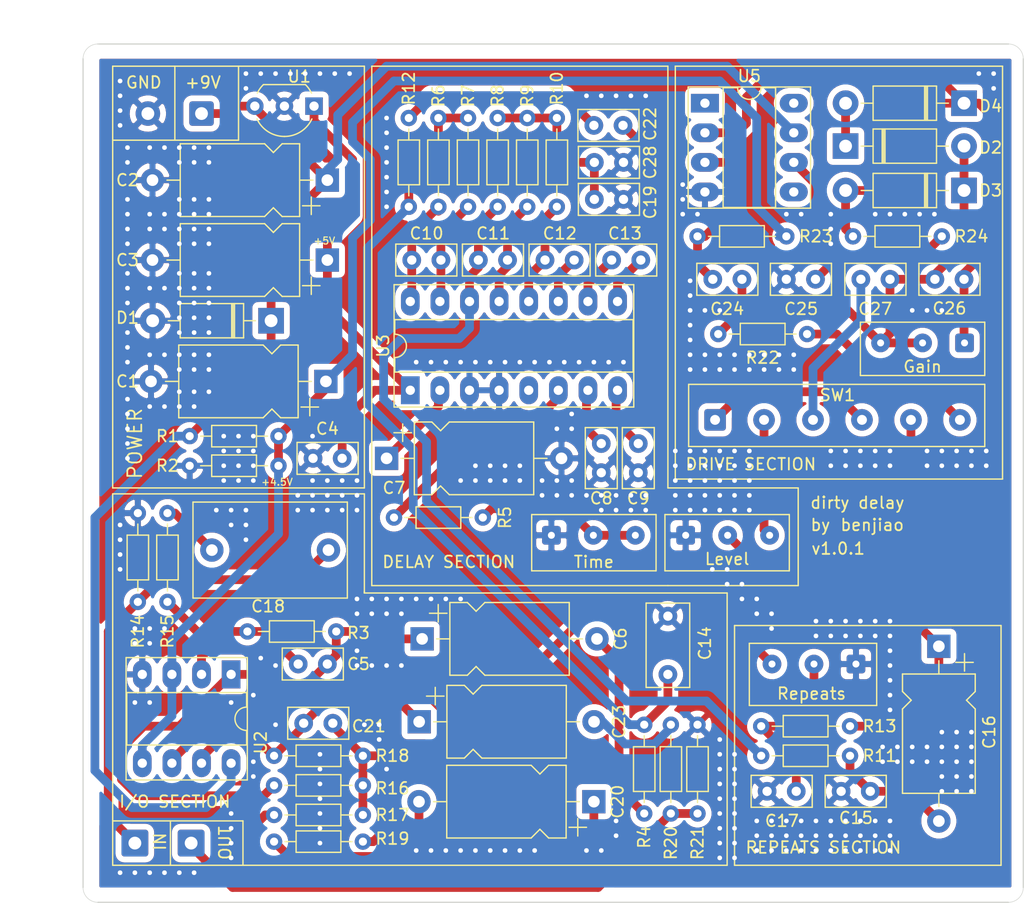
<source format=kicad_pcb>
(kicad_pcb (version 20171130) (host pcbnew 5.1.9+dfsg1-1~bpo10+1)
  (layers (0 F.Cu signal) (31 B.Cu signal) (34 B.Paste user) (35 F.Paste user) (36 B.SilkS user) (37 F.SilkS user) (38 B.Mask user) (39 F.Mask user) (44 Edge.Cuts user))
  (net 0 "")
  (net 1 +4.5V)
  (net 2 +9V)
  (net 3 +5V)
  (net 4 "Net-(C5-Pad2)")
  (net 5 "Net-(C5-Pad1)")
  (net 6 "Net-(C6-Pad2)")
  (net 7 "Net-(C7-Pad1)")
  (net 8 GND)
  (net 9 "Net-(C8-Pad1)")
  (net 10 "Net-(C9-Pad1)")
  (net 11 "Net-(C10-Pad1)")
  (net 12 "Net-(C10-Pad2)")
  (net 13 "Net-(C11-Pad2)")
  (net 14 "Net-(C11-Pad1)")
  (net 15 "Net-(C12-Pad1)")
  (net 16 "Net-(C12-Pad2)")
  (net 17 "Net-(C13-Pad2)")
  (net 18 "Net-(C13-Pad1)")
  (net 19 "Net-(C14-Pad1)")
  (net 20 "Net-(C15-Pad1)")
  (net 21 "Net-(C16-Pad1)")
  (net 22 "Net-(C17-Pad1)")
  (net 23 "Net-(C18-Pad1)")
  (net 24 "Net-(C18-Pad2)")
  (net 25 "Net-(C19-Pad2)")
  (net 26 "Net-(C20-Pad1)")
  (net 27 "Net-(C20-Pad2)")
  (net 28 "Net-(C21-Pad1)")
  (net 29 "Net-(C21-Pad2)")
  (net 30 "Net-(C22-Pad1)")
  (net 31 "Net-(C22-Pad2)")
  (net 32 "Net-(C23-Pad2)")
  (net 33 "Net-(C24-Pad2)")
  (net 34 "Net-(C24-Pad1)")
  (net 35 "Net-(C25-Pad2)")
  (net 36 "Net-(C26-Pad1)")
  (net 37 "Net-(C26-Pad2)")
  (net 38 "Net-(C27-Pad2)")
  (net 39 "Net-(D2-Pad2)")
  (net 40 "Net-(Level1-Pad2)")
  (net 41 "Net-(R5-Pad1)")
  (net 42 "Net-(R5-Pad2)")
  (net 43 "Net-(R20-Pad1)")
  (net 44 "Net-(Level1-Pad3)")
  (net 45 "Net-(R22-Pad2)")
  (net 46 "Net-(SW1-Pad1)")
  (module Resistor_THT:R_Axial_DIN0204_L3.6mm_D1.6mm_P7.62mm_Horizontal (layer F.Cu) (at 155.448 110.49 90)
    (fp_text reference R4 (at -2.032 0 270) (layer F.SilkS))
    (fp_text value 10k)
    (pad 2 thru_hole oval (at 7.62 0 90) (size 1.4 1.4) (drill 0.7) (layers *.Cu *.Mask) (net 19 "Net-(C14-Pad1)"))
    (pad 1 thru_hole circle (at 0 0 90) (size 1.4 1.4) (drill 0.7) (layers *.Cu *.Mask) (net 6 "Net-(C6-Pad2)"))
  )
  (module Capacitor_THT:CP_Axial_L10.0mm_D6.0mm_P15.00mm_Horizontal (layer F.Cu) (at 128.143 73.406 180)
    (fp_text reference C1 (at 17.018 0) (layer F.SilkS))
    (fp_text value 47uF)
    (pad 1 thru_hole rect (at 0 0 180) (size 2 2) (drill 1) (layers *.Cu *.Mask) (net 1 +4.5V))
    (pad 2 thru_hole oval (at 15 0 180) (size 2 2) (drill 1) (layers *.Cu *.Mask) (net 8 GND))
  )
  (module Package_TO_SOT_THT:TO-92_Inline_Wide (layer F.Cu) (at 127.127 49.784 180)
    (fp_text reference U1 (at 1.27 2.54) (layer F.SilkS))
    (fp_text value L78L05_TO92 hide)
    (pad 1 thru_hole rect (at 0 0 180) (size 1.5 1.5) (drill 0.8) (layers *.Cu *.Mask) (net 3 +5V))
    (pad 3 thru_hole circle (at 5.08 0 180) (size 1.5 1.5) (drill 0.8) (layers *.Cu *.Mask) (net 2 +9V))
    (pad 2 thru_hole circle (at 2.54 0 180) (size 1.5 1.5) (drill 0.8) (layers *.Cu *.Mask) (net 8 GND))
  )
  (module Package_DIP:DIP-8_W7.62mm_Socket_LongPads (layer F.Cu) (at 160.655 49.53)
    (fp_text reference U5 (at 3.81 -2.33) (layer F.SilkS))
    (fp_text value TL061)
    (pad 1 thru_hole rect (at 0 0) (size 2.4 1.6) (drill 0.8) (layers *.Cu *.Mask))
    (pad 5 thru_hole oval (at 7.62 7.62) (size 2.4 1.6) (drill 0.8) (layers *.Cu *.Mask))
    (pad 2 thru_hole oval (at 0 2.54) (size 2.4 1.6) (drill 0.8) (layers *.Cu *.Mask) (net 36 "Net-(C26-Pad1)"))
    (pad 6 thru_hole oval (at 7.62 5.08) (size 2.4 1.6) (drill 0.8) (layers *.Cu *.Mask) (net 37 "Net-(C26-Pad2)"))
    (pad 3 thru_hole oval (at 0 5.08) (size 2.4 1.6) (drill 0.8) (layers *.Cu *.Mask) (net 33 "Net-(C24-Pad2)"))
    (pad 7 thru_hole oval (at 7.62 2.54) (size 2.4 1.6) (drill 0.8) (layers *.Cu *.Mask) (net 2 +9V))
    (pad 4 thru_hole oval (at 0 7.62) (size 2.4 1.6) (drill 0.8) (layers *.Cu *.Mask) (net 8 GND))
    (pad 8 thru_hole oval (at 7.62 0) (size 2.4 1.6) (drill 0.8) (layers *.Cu *.Mask))
  )
  (module Capacitor_THT:CP_Axial_L10.0mm_D6.0mm_P15.00mm_Horizontal (layer F.Cu) (at 128.27 56.134 180)
    (fp_text reference C2 (at 17.145 0) (layer F.SilkS))
    (fp_text value 100uF)
    (pad 2 thru_hole oval (at 15 0 180) (size 2 2) (drill 1) (layers *.Cu *.Mask) (net 8 GND))
    (pad 1 thru_hole rect (at 0 0 180) (size 2 2) (drill 1) (layers *.Cu *.Mask) (net 2 +9V))
  )
  (module Capacitor_THT:CP_Axial_L10.0mm_D6.0mm_P15.00mm_Horizontal (layer F.Cu) (at 128.27 62.992 180)
    (fp_text reference C3 (at 17.145 0) (layer F.SilkS))
    (fp_text value 47uF)
    (pad 1 thru_hole rect (at 0 0 180) (size 2 2) (drill 1) (layers *.Cu *.Mask) (net 3 +5V))
    (pad 2 thru_hole oval (at 15 0 180) (size 2 2) (drill 1) (layers *.Cu *.Mask) (net 8 GND))
  )
  (module Capacitor_THT:C_Disc_D5.0mm_W2.5mm_P2.50mm (layer F.Cu) (at 129.54 80.01 180)
    (fp_text reference C4 (at 1.27 2.54) (layer F.SilkS))
    (fp_text value 100nF)
    (pad 2 thru_hole circle (at 2.5 0 180) (size 1.6 1.6) (drill 0.8) (layers *.Cu *.Mask) (net 8 GND))
    (pad 1 thru_hole circle (at 0 0 180) (size 1.6 1.6) (drill 0.8) (layers *.Cu *.Mask) (net 3 +5V))
  )
  (module Capacitor_THT:C_Disc_D5.0mm_W2.5mm_P2.50mm (layer F.Cu) (at 128.27 97.663 180)
    (fp_text reference C5 (at -2.667 0) (layer F.SilkS))
    (fp_text value 47pF)
    (pad 2 thru_hole circle (at 2.5 0 180) (size 1.6 1.6) (drill 0.8) (layers *.Cu *.Mask) (net 4 "Net-(C5-Pad2)"))
    (pad 1 thru_hole circle (at 0 0 180) (size 1.6 1.6) (drill 0.8) (layers *.Cu *.Mask) (net 5 "Net-(C5-Pad1)"))
  )
  (module Capacitor_THT:CP_Axial_L10.0mm_D6.0mm_P15.00mm_Horizontal (layer F.Cu) (at 136.398 95.504)
    (fp_text reference C6 (at 17.018 0 90) (layer F.SilkS))
    (fp_text value 1uF)
    (pad 1 thru_hole rect (at 0 0) (size 2 2) (drill 1) (layers *.Cu *.Mask) (net 5 "Net-(C5-Pad1)"))
    (pad 2 thru_hole oval (at 15 0) (size 2 2) (drill 1) (layers *.Cu *.Mask) (net 6 "Net-(C6-Pad2)"))
  )
  (module Capacitor_THT:CP_Axial_L10.0mm_D6.0mm_P15.00mm_Horizontal (layer F.Cu) (at 133.35 80.01)
    (fp_text reference C7 (at 0.635 2.54) (layer F.SilkS))
    (fp_text value 47uF)
    (pad 1 thru_hole rect (at 0 0) (size 2 2) (drill 1) (layers *.Cu *.Mask) (net 7 "Net-(C7-Pad1)"))
    (pad 2 thru_hole oval (at 15 0) (size 2 2) (drill 1) (layers *.Cu *.Mask) (net 8 GND))
  )
  (module Capacitor_THT:C_Disc_D5.0mm_W2.5mm_P2.50mm (layer F.Cu) (at 151.765 78.74 270)
    (fp_text reference C8 (at 4.699 0 180) (layer F.SilkS))
    (fp_text value 100nF)
    (pad 2 thru_hole circle (at 2.5 0 270) (size 1.6 1.6) (drill 0.8) (layers *.Cu *.Mask) (net 8 GND))
    (pad 1 thru_hole circle (at 0 0 270) (size 1.6 1.6) (drill 0.8) (layers *.Cu *.Mask) (net 9 "Net-(C8-Pad1)"))
  )
  (module Capacitor_THT:C_Disc_D5.0mm_W2.5mm_P2.50mm (layer F.Cu) (at 154.94 78.74 270)
    (fp_text reference C9 (at 4.699 0 180) (layer F.SilkS))
    (fp_text value 100nF)
    (pad 1 thru_hole circle (at 0 0 270) (size 1.6 1.6) (drill 0.8) (layers *.Cu *.Mask) (net 10 "Net-(C9-Pad1)"))
    (pad 2 thru_hole circle (at 2.5 0 270) (size 1.6 1.6) (drill 0.8) (layers *.Cu *.Mask) (net 8 GND))
  )
  (module Capacitor_THT:C_Disc_D5.0mm_W2.5mm_P2.50mm (layer F.Cu) (at 135.509 62.992)
    (fp_text reference C10 (at 1.27 -2.286) (layer F.SilkS))
    (fp_text value 2.2nF)
    (pad 1 thru_hole circle (at 0 0) (size 1.6 1.6) (drill 0.8) (layers *.Cu *.Mask) (net 11 "Net-(C10-Pad1)"))
    (pad 2 thru_hole circle (at 2.5 0) (size 1.6 1.6) (drill 0.8) (layers *.Cu *.Mask) (net 12 "Net-(C10-Pad2)"))
  )
  (module Capacitor_THT:C_Disc_D5.0mm_W2.5mm_P2.50mm (layer F.Cu) (at 141.224 62.992)
    (fp_text reference C11 (at 1.27 -2.286 180) (layer F.SilkS))
    (fp_text value 2.2nF)
    (pad 2 thru_hole circle (at 2.5 0) (size 1.6 1.6) (drill 0.8) (layers *.Cu *.Mask) (net 13 "Net-(C11-Pad2)"))
    (pad 1 thru_hole circle (at 0 0) (size 1.6 1.6) (drill 0.8) (layers *.Cu *.Mask) (net 14 "Net-(C11-Pad1)"))
  )
  (module Capacitor_THT:C_Disc_D5.0mm_W2.5mm_P2.50mm (layer F.Cu) (at 146.939 62.992)
    (fp_text reference C12 (at 1.27 -2.286 180) (layer F.SilkS))
    (fp_text value 100nF)
    (pad 1 thru_hole circle (at 0 0) (size 1.6 1.6) (drill 0.8) (layers *.Cu *.Mask) (net 15 "Net-(C12-Pad1)"))
    (pad 2 thru_hole circle (at 2.5 0) (size 1.6 1.6) (drill 0.8) (layers *.Cu *.Mask) (net 16 "Net-(C12-Pad2)"))
  )
  (module Capacitor_THT:C_Disc_D5.0mm_W2.5mm_P2.50mm (layer F.Cu) (at 152.654 62.992)
    (fp_text reference C13 (at 1.143 -2.286 180) (layer F.SilkS))
    (fp_text value 100nF)
    (pad 2 thru_hole circle (at 2.5 0) (size 1.6 1.6) (drill 0.8) (layers *.Cu *.Mask) (net 17 "Net-(C13-Pad2)"))
    (pad 1 thru_hole circle (at 0 0) (size 1.6 1.6) (drill 0.8) (layers *.Cu *.Mask) (net 18 "Net-(C13-Pad1)"))
  )
  (module Capacitor_THT:C_Rect_L7.0mm_W3.5mm_P5.00mm (layer F.Cu) (at 157.48 98.552 90)
    (fp_text reference C14 (at 2.667 3.175 270) (layer F.SilkS))
    (fp_text value 4.7nF)
    (pad 1 thru_hole circle (at 0 0 90) (size 1.6 1.6) (drill 0.8) (layers *.Cu *.Mask) (net 19 "Net-(C14-Pad1)"))
    (pad 2 thru_hole circle (at 5 0 90) (size 1.6 1.6) (drill 0.8) (layers *.Cu *.Mask) (net 8 GND))
  )
  (module Capacitor_THT:C_Disc_D5.0mm_W2.5mm_P2.50mm (layer F.Cu) (at 174.839 108.585 180)
    (fp_text reference C15 (at 1.23 -2.286) (layer F.SilkS))
    (fp_text value 10nF)
    (pad 1 thru_hole circle (at 0 0 180) (size 1.6 1.6) (drill 0.8) (layers *.Cu *.Mask) (net 20 "Net-(C15-Pad1)"))
    (pad 2 thru_hole circle (at 2.5 0 180) (size 1.6 1.6) (drill 0.8) (layers *.Cu *.Mask) (net 8 GND))
  )
  (module Capacitor_THT:CP_Axial_L10.0mm_D6.0mm_P15.00mm_Horizontal (layer F.Cu) (at 180.721 96.139 270)
    (fp_text reference C16 (at 7.366 -4.318 90) (layer F.SilkS))
    (fp_text value 1uF)
    (pad 2 thru_hole oval (at 15 0 270) (size 2 2) (drill 1) (layers *.Cu *.Mask) (net 20 "Net-(C15-Pad1)"))
    (pad 1 thru_hole rect (at 0 0 270) (size 2 2) (drill 1) (layers *.Cu *.Mask) (net 21 "Net-(C16-Pad1)"))
  )
  (module Capacitor_THT:C_Disc_D5.0mm_W2.5mm_P2.50mm (layer F.Cu) (at 168.489 108.585 180)
    (fp_text reference C17 (at 1.23 -2.54) (layer F.SilkS))
    (fp_text value 47nF)
    (pad 2 thru_hole circle (at 2.5 0 180) (size 1.6 1.6) (drill 0.8) (layers *.Cu *.Mask) (net 8 GND))
    (pad 1 thru_hole circle (at 0 0 180) (size 1.6 1.6) (drill 0.8) (layers *.Cu *.Mask) (net 22 "Net-(C17-Pad1)"))
  )
  (module Capacitor_THT:C_Rect_L13.0mm_W8.0mm_P10.00mm_FKS3_FKP3_MKS4 (layer F.Cu) (at 118.364 87.884)
    (fp_text reference C18 (at 4.826 4.826 180) (layer F.SilkS))
    (fp_text value 220nF)
    (pad 1 thru_hole circle (at 0 0) (size 2 2) (drill 1) (layers *.Cu *.Mask) (net 23 "Net-(C18-Pad1)"))
    (pad 2 thru_hole circle (at 10 0) (size 2 2) (drill 1) (layers *.Cu *.Mask) (net 24 "Net-(C18-Pad2)"))
  )
  (module Capacitor_THT:C_Disc_D5.0mm_W2.5mm_P2.50mm (layer F.Cu) (at 153.67 57.785 180)
    (fp_text reference C19 (at -2.286 -0.254 270) (layer F.SilkS))
    (fp_text value 5nF)
    (pad 2 thru_hole circle (at 2.5 0 180) (size 1.6 1.6) (drill 0.8) (layers *.Cu *.Mask) (net 25 "Net-(C19-Pad2)"))
    (pad 1 thru_hole circle (at 0 0 180) (size 1.6 1.6) (drill 0.8) (layers *.Cu *.Mask) (net 8 GND))
  )
  (module Capacitor_THT:CP_Axial_L10.0mm_D6.0mm_P15.00mm_Horizontal (layer F.Cu) (at 151.13 109.474 180)
    (fp_text reference C20 (at -2.032 0 90) (layer F.SilkS))
    (fp_text value 1uF)
    (pad 1 thru_hole rect (at 0 0 180) (size 2 2) (drill 1) (layers *.Cu *.Mask) (net 26 "Net-(C20-Pad1)"))
    (pad 2 thru_hole oval (at 15 0 180) (size 2 2) (drill 1) (layers *.Cu *.Mask) (net 27 "Net-(C20-Pad2)"))
  )
  (module Capacitor_THT:C_Disc_D5.0mm_W2.5mm_P2.50mm (layer F.Cu) (at 126.238 102.743)
    (fp_text reference C21 (at 5.588 0.254) (layer F.SilkS))
    (fp_text value 100pF)
    (pad 1 thru_hole circle (at 0 0) (size 1.6 1.6) (drill 0.8) (layers *.Cu *.Mask) (net 28 "Net-(C21-Pad1)"))
    (pad 2 thru_hole circle (at 2.5 0) (size 1.6 1.6) (drill 0.8) (layers *.Cu *.Mask) (net 29 "Net-(C21-Pad2)"))
  )
  (module Capacitor_THT:C_Disc_D5.0mm_W2.5mm_P2.50mm (layer F.Cu) (at 151.13 51.435)
    (fp_text reference C22 (at 4.826 -0.127 90) (layer F.SilkS))
    (fp_text value 22nF)
    (pad 1 thru_hole circle (at 0 0) (size 1.6 1.6) (drill 0.8) (layers *.Cu *.Mask) (net 30 "Net-(C22-Pad1)"))
    (pad 2 thru_hole circle (at 2.5 0) (size 1.6 1.6) (drill 0.8) (layers *.Cu *.Mask) (net 31 "Net-(C22-Pad2)"))
  )
  (module Capacitor_THT:CP_Axial_L10.0mm_D6.0mm_P15.00mm_Horizontal (layer F.Cu) (at 136.144 102.616)
    (fp_text reference C23 (at 17.145 0 270) (layer F.SilkS))
    (fp_text value 1uF)
    (pad 2 thru_hole oval (at 15 0) (size 2 2) (drill 1) (layers *.Cu *.Mask) (net 32 "Net-(C23-Pad2)"))
    (pad 1 thru_hole rect (at 0 0) (size 2 2) (drill 1) (layers *.Cu *.Mask) (net 28 "Net-(C21-Pad1)"))
  )
  (module Capacitor_THT:C_Disc_D5.0mm_W2.5mm_P2.50mm (layer F.Cu) (at 163.83 64.643 180)
    (fp_text reference C24 (at 1.27 -2.54) (layer F.SilkS))
    (fp_text value 100nF)
    (pad 2 thru_hole circle (at 2.5 0 180) (size 1.6 1.6) (drill 0.8) (layers *.Cu *.Mask) (net 33 "Net-(C24-Pad2)"))
    (pad 1 thru_hole circle (at 0 0 180) (size 1.6 1.6) (drill 0.8) (layers *.Cu *.Mask) (net 34 "Net-(C24-Pad1)"))
  )
  (module Capacitor_THT:C_Disc_D5.0mm_W2.5mm_P2.50mm (layer F.Cu) (at 167.64 64.643)
    (fp_text reference C25 (at 1.27 2.54) (layer F.SilkS))
    (fp_text value 100nF)
    (pad 1 thru_hole circle (at 0 0) (size 1.6 1.6) (drill 0.8) (layers *.Cu *.Mask) (net 8 GND))
    (pad 2 thru_hole circle (at 2.5 0) (size 1.6 1.6) (drill 0.8) (layers *.Cu *.Mask) (net 35 "Net-(C25-Pad2)"))
  )
  (module Capacitor_THT:C_Disc_D5.0mm_W2.5mm_P2.50mm (layer F.Cu) (at 182.88 64.643 180)
    (fp_text reference C26 (at 1.25 -2.5) (layer F.SilkS))
    (fp_text value 2.2nF)
    (pad 1 thru_hole circle (at 0 0 180) (size 1.6 1.6) (drill 0.8) (layers *.Cu *.Mask) (net 36 "Net-(C26-Pad1)"))
    (pad 2 thru_hole circle (at 2.5 0 180) (size 1.6 1.6) (drill 0.8) (layers *.Cu *.Mask) (net 37 "Net-(C26-Pad2)"))
  )
  (module Capacitor_THT:C_Disc_D5.0mm_W2.5mm_P2.50mm (layer F.Cu) (at 176.53 64.643 180)
    (fp_text reference C27 (at 1.27 -2.54) (layer F.SilkS))
    (fp_text value 100nF)
    (pad 1 thru_hole circle (at 0 0 180) (size 1.6 1.6) (drill 0.8) (layers *.Cu *.Mask) (net 37 "Net-(C26-Pad2)"))
    (pad 2 thru_hole circle (at 2.5 0 180) (size 1.6 1.6) (drill 0.8) (layers *.Cu *.Mask) (net 38 "Net-(C27-Pad2)"))
  )
  (module Capacitor_THT:C_Disc_D5.0mm_W2.5mm_P2.50mm (layer F.Cu) (at 153.67 54.61 180)
    (fp_text reference C28 (at -2.286 0 90) (layer F.SilkS))
    (fp_text value 10nF)
    (pad 2 thru_hole circle (at 2.5 0 180) (size 1.6 1.6) (drill 0.8) (layers *.Cu *.Mask) (net 25 "Net-(C19-Pad2)"))
    (pad 1 thru_hole circle (at 0 0 180) (size 1.6 1.6) (drill 0.8) (layers *.Cu *.Mask) (net 8 GND))
  )
  (module Diode_THT:D_DO-41_SOD81_P10.16mm_Horizontal (layer F.Cu) (at 123.444 68.199 180)
    (fp_text reference D1 (at 12.319 0.254) (layer F.SilkS))
    (fp_text value 1N4001)
    (pad 2 thru_hole oval (at 10.16 0 180) (size 2.2 2.2) (drill 1.1) (layers *.Cu *.Mask) (net 8 GND))
    (pad 1 thru_hole rect (at 0 0 180) (size 2.2 2.2) (drill 1.1) (layers *.Cu *.Mask) (net 2 +9V))
  )
  (module Diode_THT:D_DO-41_SOD81_P10.16mm_Horizontal (layer F.Cu) (at 182.88 49.53 180)
    (fp_text reference D2 (at -2.286 -3.81) (layer F.SilkS))
    (fp_text value 1N4001)
    (pad 1 thru_hole rect (at 0 0 180) (size 2.2 2.2) (drill 1.1) (layers *.Cu *.Mask) (net 36 "Net-(C26-Pad1)"))
    (pad 2 thru_hole oval (at 10.16 0 180) (size 2.2 2.2) (drill 1.1) (layers *.Cu *.Mask) (net 39 "Net-(D2-Pad2)"))
  )
  (module Diode_THT:D_DO-41_SOD81_P10.16mm_Horizontal (layer F.Cu) (at 182.88 57.023 180)
    (fp_text reference D3 (at -2.286 0) (layer F.SilkS))
    (fp_text value 1N4001)
    (pad 2 thru_hole oval (at 10.16 0 180) (size 2.2 2.2) (drill 1.1) (layers *.Cu *.Mask) (net 36 "Net-(C26-Pad1)"))
    (pad 1 thru_hole rect (at 0 0 180) (size 2.2 2.2) (drill 1.1) (layers *.Cu *.Mask) (net 37 "Net-(C26-Pad2)"))
  )
  (module Diode_THT:D_DO-41_SOD81_P10.16mm_Horizontal (layer F.Cu) (at 172.72 53.213)
    (fp_text reference D4 (at 12.446 -3.429) (layer F.SilkS))
    (fp_text value 1N4001)
    (pad 1 thru_hole rect (at 0 0) (size 2.2 2.2) (drill 1.1) (layers *.Cu *.Mask) (net 39 "Net-(D2-Pad2)"))
    (pad 2 thru_hole oval (at 10.16 0) (size 2.2 2.2) (drill 1.1) (layers *.Cu *.Mask) (net 37 "Net-(C26-Pad2)"))
  )
  (module Connector_Wire:SolderWire-0.1sqmm_1x03_P3.6mm_D0.4mm_OD1mm (layer F.Cu) (at 182.924 70.104 180)
    (fp_text reference Gain (at 3.6 -2.032) (layer F.SilkS))
    (fp_text value A100K hide)
    (pad 3 thru_hole circle (at 7.2 0 180) (size 1.6 1.6) (drill 0.6) (layers *.Cu *.Mask) (net 37 "Net-(C26-Pad2)"))
    (pad 2 thru_hole circle (at 3.6 0 180) (size 1.6 1.6) (drill 0.6) (layers *.Cu *.Mask) (net 37 "Net-(C26-Pad2)"))
    (pad 1 thru_hole roundrect (at 0 0 180) (size 1.6 1.6) (drill 0.6) (layers *.Cu *.Mask) (roundrect_rratio 0.15625) (net 36 "Net-(C26-Pad1)"))
  )
  (module Connector_Wire:SolderWire-0.1sqmm_1x03_P3.6mm_D0.4mm_OD1mm (layer F.Cu) (at 159.004 86.614)
    (fp_text reference Level (at 3.556 2.032) (layer F.SilkS))
    (fp_text value B50k hide)
    (pad 3 thru_hole circle (at 7.2 0) (size 1.6 1.6) (drill 0.6) (layers *.Cu *.Mask) (net 44 "Net-(Level1-Pad3)"))
    (pad 2 thru_hole circle (at 3.6 0) (size 1.6 1.6) (drill 0.6) (layers *.Cu *.Mask) (net 40 "Net-(Level1-Pad2)"))
    (pad 1 thru_hole roundrect (at 0 0) (size 1.6 1.6) (drill 0.6) (layers *.Cu *.Mask) (roundrect_rratio 0.15625) (net 8 GND))
  )
  (module Resistor_THT:R_Axial_DIN0204_L3.6mm_D1.6mm_P7.62mm_Horizontal (layer F.Cu) (at 116.459 78.105)
    (fp_text reference R1 (at -1.905 0) (layer F.SilkS))
    (fp_text value 10k)
    (pad 1 thru_hole circle (at 0 0) (size 1.4 1.4) (drill 0.7) (layers *.Cu *.Mask) (net 2 +9V))
    (pad 2 thru_hole oval (at 7.62 0) (size 1.4 1.4) (drill 0.7) (layers *.Cu *.Mask) (net 1 +4.5V))
  )
  (module Resistor_THT:R_Axial_DIN0204_L3.6mm_D1.6mm_P7.62mm_Horizontal (layer F.Cu) (at 124.079 80.645 180)
    (fp_text reference R2 (at 9.525 0) (layer F.SilkS))
    (fp_text value 10k)
    (pad 2 thru_hole oval (at 7.62 0 180) (size 1.4 1.4) (drill 0.7) (layers *.Cu *.Mask) (net 8 GND))
    (pad 1 thru_hole circle (at 0 0 180) (size 1.4 1.4) (drill 0.7) (layers *.Cu *.Mask) (net 1 +4.5V))
  )
  (module Resistor_THT:R_Axial_DIN0204_L3.6mm_D1.6mm_P7.62mm_Horizontal (layer F.Cu) (at 129.032 94.869 180)
    (fp_text reference R3 (at -1.905 -0.127) (layer F.SilkS))
    (fp_text value 360k)
    (pad 1 thru_hole circle (at 0 0 180) (size 1.4 1.4) (drill 0.7) (layers *.Cu *.Mask) (net 5 "Net-(C5-Pad1)"))
    (pad 2 thru_hole oval (at 7.62 0 180) (size 1.4 1.4) (drill 0.7) (layers *.Cu *.Mask) (net 4 "Net-(C5-Pad2)"))
  )
  (module Resistor_THT:R_Axial_DIN0204_L3.6mm_D1.6mm_P7.62mm_Horizontal (layer F.Cu) (at 133.985 85.09)
    (fp_text reference R5 (at 9.525 0 270) (layer F.SilkS))
    (fp_text value 2.7k)
    (pad 1 thru_hole circle (at 0 0) (size 1.4 1.4) (drill 0.7) (layers *.Cu *.Mask) (net 41 "Net-(R5-Pad1)"))
    (pad 2 thru_hole oval (at 7.62 0) (size 1.4 1.4) (drill 0.7) (layers *.Cu *.Mask) (net 42 "Net-(R5-Pad2)"))
  )
  (module Resistor_THT:R_Axial_DIN0204_L3.6mm_D1.6mm_P7.62mm_Horizontal (layer F.Cu) (at 137.795 50.8 270)
    (fp_text reference R6 (at -1.905 0 90) (layer F.SilkS))
    (fp_text value 10k)
    (pad 1 thru_hole circle (at 0 0 270) (size 1.4 1.4) (drill 0.7) (layers *.Cu *.Mask) (net 19 "Net-(C14-Pad1)"))
    (pad 2 thru_hole oval (at 7.62 0 270) (size 1.4 1.4) (drill 0.7) (layers *.Cu *.Mask) (net 11 "Net-(C10-Pad1)"))
  )
  (module Resistor_THT:R_Axial_DIN0204_L3.6mm_D1.6mm_P7.62mm_Horizontal (layer F.Cu) (at 140.335 58.42 90)
    (fp_text reference R7 (at 9.525 0 90) (layer F.SilkS))
    (fp_text value 10k)
    (pad 2 thru_hole oval (at 7.62 0 90) (size 1.4 1.4) (drill 0.7) (layers *.Cu *.Mask) (net 19 "Net-(C14-Pad1)"))
    (pad 1 thru_hole circle (at 0 0 90) (size 1.4 1.4) (drill 0.7) (layers *.Cu *.Mask) (net 12 "Net-(C10-Pad2)"))
  )
  (module Resistor_THT:R_Axial_DIN0204_L3.6mm_D1.6mm_P7.62mm_Horizontal (layer F.Cu) (at 142.875 58.42 90)
    (fp_text reference R8 (at 9.525 0 90) (layer F.SilkS))
    (fp_text value 20k)
    (pad 2 thru_hole oval (at 7.62 0 90) (size 1.4 1.4) (drill 0.7) (layers *.Cu *.Mask) (net 25 "Net-(C19-Pad2)"))
    (pad 1 thru_hole circle (at 0 0 90) (size 1.4 1.4) (drill 0.7) (layers *.Cu *.Mask) (net 14 "Net-(C11-Pad1)"))
  )
  (module Resistor_THT:R_Axial_DIN0204_L3.6mm_D1.6mm_P7.62mm_Horizontal (layer F.Cu) (at 145.415 58.42 90)
    (fp_text reference R9 (at 9.525 0 90) (layer F.SilkS))
    (fp_text value 10k)
    (pad 1 thru_hole circle (at 0 0 90) (size 1.4 1.4) (drill 0.7) (layers *.Cu *.Mask) (net 13 "Net-(C11-Pad2)"))
    (pad 2 thru_hole oval (at 7.62 0 90) (size 1.4 1.4) (drill 0.7) (layers *.Cu *.Mask) (net 25 "Net-(C19-Pad2)"))
  )
  (module Resistor_THT:R_Axial_DIN0204_L3.6mm_D1.6mm_P7.62mm_Horizontal (layer F.Cu) (at 147.955 58.42 90)
    (fp_text reference R10 (at 10.16 0 90) (layer F.SilkS))
    (fp_text value 10k)
    (pad 1 thru_hole circle (at 0 0 90) (size 1.4 1.4) (drill 0.7) (layers *.Cu *.Mask) (net 15 "Net-(C12-Pad1)"))
    (pad 2 thru_hole oval (at 7.62 0 90) (size 1.4 1.4) (drill 0.7) (layers *.Cu *.Mask) (net 25 "Net-(C19-Pad2)"))
  )
  (module Resistor_THT:R_Axial_DIN0204_L3.6mm_D1.6mm_P7.62mm_Horizontal (layer F.Cu) (at 173.101 105.537 180)
    (fp_text reference R11 (at -2.54 0) (layer F.SilkS))
    (fp_text value 1k)
    (pad 2 thru_hole oval (at 7.62 0 180) (size 1.4 1.4) (drill 0.7) (layers *.Cu *.Mask) (net 14 "Net-(C11-Pad1)"))
    (pad 1 thru_hole circle (at 0 0 180) (size 1.4 1.4) (drill 0.7) (layers *.Cu *.Mask) (net 20 "Net-(C15-Pad1)"))
  )
  (module Resistor_THT:R_Axial_DIN0204_L3.6mm_D1.6mm_P7.62mm_Horizontal (layer F.Cu) (at 135.255 58.42 90)
    (fp_text reference R12 (at 10.16 0 90) (layer F.SilkS))
    (fp_text value 5.1k)
    (pad 2 thru_hole oval (at 7.62 0 90) (size 1.4 1.4) (drill 0.7) (layers *.Cu *.Mask) (net 30 "Net-(C22-Pad1)"))
    (pad 1 thru_hole circle (at 0 0 90) (size 1.4 1.4) (drill 0.7) (layers *.Cu *.Mask) (net 19 "Net-(C14-Pad1)"))
  )
  (module Resistor_THT:R_Axial_DIN0204_L3.6mm_D1.6mm_P7.62mm_Horizontal (layer F.Cu) (at 165.481 102.997)
    (fp_text reference R13 (at 10.16 0) (layer F.SilkS))
    (fp_text value 2k)
    (pad 1 thru_hole circle (at 0 0) (size 1.4 1.4) (drill 0.7) (layers *.Cu *.Mask) (net 22 "Net-(C17-Pad1)"))
    (pad 2 thru_hole oval (at 7.62 0) (size 1.4 1.4) (drill 0.7) (layers *.Cu *.Mask) (net 21 "Net-(C16-Pad1)"))
  )
  (module Resistor_THT:R_Axial_DIN0204_L3.6mm_D1.6mm_P7.62mm_Horizontal (layer F.Cu) (at 112.014 92.329 90)
    (fp_text reference R14 (at -2.54 0 270) (layer F.SilkS))
    (fp_text value 1M)
    (pad 1 thru_hole circle (at 0 0 90) (size 1.4 1.4) (drill 0.7) (layers *.Cu *.Mask) (net 24 "Net-(C18-Pad2)"))
    (pad 2 thru_hole oval (at 7.62 0 90) (size 1.4 1.4) (drill 0.7) (layers *.Cu *.Mask) (net 8 GND))
  )
  (module Resistor_THT:R_Axial_DIN0204_L3.6mm_D1.6mm_P7.62mm_Horizontal (layer F.Cu) (at 114.554 92.329 90)
    (fp_text reference R15 (at -2.54 0 270) (layer F.SilkS))
    (fp_text value 180k)
    (pad 1 thru_hole circle (at 0 0 90) (size 1.4 1.4) (drill 0.7) (layers *.Cu *.Mask) (net 4 "Net-(C5-Pad2)"))
    (pad 2 thru_hole oval (at 7.62 0 90) (size 1.4 1.4) (drill 0.7) (layers *.Cu *.Mask) (net 23 "Net-(C18-Pad1)"))
  )
  (module Resistor_THT:R_Axial_DIN0204_L3.6mm_D1.6mm_P7.62mm_Horizontal (layer F.Cu) (at 131.318 108.077 180)
    (fp_text reference R16 (at -2.54 -0.254) (layer F.SilkS))
    (fp_text value 22k)
    (pad 1 thru_hole circle (at 0 0 180) (size 1.4 1.4) (drill 0.7) (layers *.Cu *.Mask) (net 29 "Net-(C21-Pad2)"))
    (pad 2 thru_hole oval (at 7.62 0 180) (size 1.4 1.4) (drill 0.7) (layers *.Cu *.Mask) (net 5 "Net-(C5-Pad1)"))
  )
  (module Resistor_THT:R_Axial_DIN0204_L3.6mm_D1.6mm_P7.62mm_Horizontal (layer F.Cu) (at 131.318 110.617 180)
    (fp_text reference R17 (at -2.54 0) (layer F.SilkS))
    (fp_text value 20k)
    (pad 2 thru_hole oval (at 7.62 0 180) (size 1.4 1.4) (drill 0.7) (layers *.Cu *.Mask) (net 26 "Net-(C20-Pad1)"))
    (pad 1 thru_hole circle (at 0 0 180) (size 1.4 1.4) (drill 0.7) (layers *.Cu *.Mask) (net 29 "Net-(C21-Pad2)"))
  )
  (module Resistor_THT:R_Axial_DIN0204_L3.6mm_D1.6mm_P7.62mm_Horizontal (layer F.Cu) (at 123.698 105.537)
    (fp_text reference R18 (at 10.16 0) (layer F.SilkS))
    (fp_text value 12k)
    (pad 1 thru_hole circle (at 0 0) (size 1.4 1.4) (drill 0.7) (layers *.Cu *.Mask) (net 28 "Net-(C21-Pad1)"))
    (pad 2 thru_hole oval (at 7.62 0) (size 1.4 1.4) (drill 0.7) (layers *.Cu *.Mask) (net 29 "Net-(C21-Pad2)"))
  )
  (module Resistor_THT:R_Axial_DIN0204_L3.6mm_D1.6mm_P7.62mm_Horizontal (layer F.Cu) (at 131.318 112.903 180)
    (fp_text reference R19 (at -2.54 0.254) (layer F.SilkS))
    (fp_text value 10k)
    (pad 2 thru_hole oval (at 7.62 0 180) (size 1.4 1.4) (drill 0.7) (layers *.Cu *.Mask) (net 27 "Net-(C20-Pad2)"))
    (pad 1 thru_hole circle (at 0 0 180) (size 1.4 1.4) (drill 0.7) (layers *.Cu *.Mask) (net 40 "Net-(Level1-Pad2)"))
  )
  (module Resistor_THT:R_Axial_DIN0204_L3.6mm_D1.6mm_P7.62mm_Horizontal (layer F.Cu) (at 157.734 110.49 90)
    (fp_text reference R20 (at -2.54 0 90) (layer F.SilkS))
    (fp_text value 1k)
    (pad 1 thru_hole circle (at 0 0 90) (size 1.4 1.4) (drill 0.7) (layers *.Cu *.Mask) (net 43 "Net-(R20-Pad1)"))
    (pad 2 thru_hole oval (at 7.62 0 90) (size 1.4 1.4) (drill 0.7) (layers *.Cu *.Mask) (net 32 "Net-(C23-Pad2)"))
  )
  (module Resistor_THT:R_Axial_DIN0204_L3.6mm_D1.6mm_P7.62mm_Horizontal (layer F.Cu) (at 160.02 102.87 270)
    (fp_text reference R21 (at 10.16 0 90) (layer F.SilkS))
    (fp_text value 100k)
    (pad 2 thru_hole oval (at 7.62 0 270) (size 1.4 1.4) (drill 0.7) (layers *.Cu *.Mask) (net 43 "Net-(R20-Pad1)"))
    (pad 1 thru_hole circle (at 0 0 270) (size 1.4 1.4) (drill 0.7) (layers *.Cu *.Mask) (net 8 GND))
  )
  (module Resistor_THT:R_Axial_DIN0204_L3.6mm_D1.6mm_P7.62mm_Horizontal (layer F.Cu) (at 161.798 69.342)
    (fp_text reference R22 (at 3.81 2.032) (layer F.SilkS))
    (fp_text value 10k)
    (pad 2 thru_hole oval (at 7.62 0) (size 1.4 1.4) (drill 0.7) (layers *.Cu *.Mask) (net 45 "Net-(R22-Pad2)"))
    (pad 1 thru_hole circle (at 0 0) (size 1.4 1.4) (drill 0.7) (layers *.Cu *.Mask) (net 34 "Net-(C24-Pad1)"))
  )
  (module Resistor_THT:R_Axial_DIN0204_L3.6mm_D1.6mm_P7.62mm_Horizontal (layer F.Cu) (at 160.02 60.96)
    (fp_text reference R23 (at 10.16 0) (layer F.SilkS))
    (fp_text value 1M)
    (pad 2 thru_hole oval (at 7.62 0) (size 1.4 1.4) (drill 0.7) (layers *.Cu *.Mask) (net 1 +4.5V))
    (pad 1 thru_hole circle (at 0 0) (size 1.4 1.4) (drill 0.7) (layers *.Cu *.Mask) (net 33 "Net-(C24-Pad2)"))
  )
  (module Resistor_THT:R_Axial_DIN0204_L3.6mm_D1.6mm_P7.62mm_Horizontal (layer F.Cu) (at 173.355 60.96)
    (fp_text reference R24 (at 10.16 0) (layer F.SilkS))
    (fp_text value 1k)
    (pad 2 thru_hole oval (at 7.62 0) (size 1.4 1.4) (drill 0.7) (layers *.Cu *.Mask) (net 35 "Net-(C25-Pad2)"))
    (pad 1 thru_hole circle (at 0 0) (size 1.4 1.4) (drill 0.7) (layers *.Cu *.Mask) (net 36 "Net-(C26-Pad1)"))
  )
  (module Connector_Wire:SolderWire-0.1sqmm_1x03_P3.6mm_D0.4mm_OD1mm (layer F.Cu) (at 173.609 97.663 180)
    (fp_text reference Repeats (at 3.81 -2.54) (layer F.SilkS))
    (fp_text value B50k hide)
    (pad 1 thru_hole roundrect (at 0 0 180) (size 1.6 1.6) (drill 0.6) (layers *.Cu *.Mask) (roundrect_rratio 0.15625) (net 8 GND))
    (pad 2 thru_hole circle (at 3.6 0 180) (size 1.6 1.6) (drill 0.6) (layers *.Cu *.Mask) (net 22 "Net-(C17-Pad1)"))
    (pad 3 thru_hole circle (at 7.2 0 180) (size 1.6 1.6) (drill 0.6) (layers *.Cu *.Mask) (net 31 "Net-(C22-Pad2)"))
  )
  (module Connector_Wire:SolderWire-0.1sqmm_1x03_P3.6mm_D0.4mm_OD1mm (layer F.Cu) (at 147.486 86.614)
    (fp_text reference Time (at 3.644 2.286) (layer F.SilkS))
    (fp_text value B100K hide)
    (pad 1 thru_hole roundrect (at 0 0) (size 1.6 1.6) (drill 0.6) (layers *.Cu *.Mask) (roundrect_rratio 0.15625) (net 8 GND))
    (pad 2 thru_hole circle (at 3.6 0) (size 1.6 1.6) (drill 0.6) (layers *.Cu *.Mask) (net 42 "Net-(R5-Pad2)"))
    (pad 3 thru_hole circle (at 7.2 0) (size 1.6 1.6) (drill 0.6) (layers *.Cu *.Mask) (net 42 "Net-(R5-Pad2)"))
  )
  (module Package_DIP:DIP-8_W7.62mm_Socket_LongPads (layer F.Cu) (at 120.015 98.552 270)
    (fp_text reference U2 (at 5.842 -2.54 90) (layer F.SilkS))
    (fp_text value TL072)
    (pad 8 thru_hole oval (at 7.62 0 270) (size 2.4 1.6) (drill 0.8) (layers *.Cu *.Mask) (net 2 +9V))
    (pad 4 thru_hole oval (at 0 7.62 270) (size 2.4 1.6) (drill 0.8) (layers *.Cu *.Mask) (net 8 GND))
    (pad 7 thru_hole oval (at 7.62 2.54 270) (size 2.4 1.6) (drill 0.8) (layers *.Cu *.Mask) (net 28 "Net-(C21-Pad1)"))
    (pad 3 thru_hole oval (at 0 5.08 270) (size 2.4 1.6) (drill 0.8) (layers *.Cu *.Mask) (net 1 +4.5V))
    (pad 6 thru_hole oval (at 7.62 5.08 270) (size 2.4 1.6) (drill 0.8) (layers *.Cu *.Mask) (net 29 "Net-(C21-Pad2)"))
    (pad 2 thru_hole oval (at 0 2.54 270) (size 2.4 1.6) (drill 0.8) (layers *.Cu *.Mask) (net 4 "Net-(C5-Pad2)"))
    (pad 5 thru_hole oval (at 7.62 7.62 270) (size 2.4 1.6) (drill 0.8) (layers *.Cu *.Mask) (net 1 +4.5V))
    (pad 1 thru_hole rect (at 0 0 270) (size 2.4 1.6) (drill 0.8) (layers *.Cu *.Mask) (net 5 "Net-(C5-Pad1)"))
  )
  (module Package_DIP:DIP-16_W7.62mm_Socket_LongPads (layer F.Cu) (at 135.382 74.168 90)
    (fp_text reference U3 (at 3.81 -2.33 90) (layer F.SilkS))
    (fp_text value PT2399)
    (pad 1 thru_hole rect (at 0 0 90) (size 2.4 1.6) (drill 0.8) (layers *.Cu *.Mask) (net 3 +5V))
    (pad 9 thru_hole oval (at 7.62 17.78 90) (size 2.4 1.6) (drill 0.8) (layers *.Cu *.Mask) (net 17 "Net-(C13-Pad2)"))
    (pad 2 thru_hole oval (at 0 2.54 90) (size 2.4 1.6) (drill 0.8) (layers *.Cu *.Mask) (net 7 "Net-(C7-Pad1)"))
    (pad 10 thru_hole oval (at 7.62 15.24 90) (size 2.4 1.6) (drill 0.8) (layers *.Cu *.Mask) (net 18 "Net-(C13-Pad1)"))
    (pad 3 thru_hole oval (at 0 5.08 90) (size 2.4 1.6) (drill 0.8) (layers *.Cu *.Mask) (net 8 GND))
    (pad 11 thru_hole oval (at 7.62 12.7 90) (size 2.4 1.6) (drill 0.8) (layers *.Cu *.Mask) (net 16 "Net-(C12-Pad2)"))
    (pad 4 thru_hole oval (at 0 7.62 90) (size 2.4 1.6) (drill 0.8) (layers *.Cu *.Mask) (net 8 GND))
    (pad 12 thru_hole oval (at 7.62 10.16 90) (size 2.4 1.6) (drill 0.8) (layers *.Cu *.Mask) (net 15 "Net-(C12-Pad1)"))
    (pad 5 thru_hole oval (at 0 10.16 90) (size 2.4 1.6) (drill 0.8) (layers *.Cu *.Mask))
    (pad 13 thru_hole oval (at 7.62 7.62 90) (size 2.4 1.6) (drill 0.8) (layers *.Cu *.Mask) (net 13 "Net-(C11-Pad2)"))
    (pad 6 thru_hole oval (at 0 12.7 90) (size 2.4 1.6) (drill 0.8) (layers *.Cu *.Mask) (net 41 "Net-(R5-Pad1)"))
    (pad 14 thru_hole oval (at 7.62 5.08 90) (size 2.4 1.6) (drill 0.8) (layers *.Cu *.Mask) (net 14 "Net-(C11-Pad1)"))
    (pad 7 thru_hole oval (at 0 15.24 90) (size 2.4 1.6) (drill 0.8) (layers *.Cu *.Mask) (net 9 "Net-(C8-Pad1)"))
    (pad 15 thru_hole oval (at 7.62 2.54 90) (size 2.4 1.6) (drill 0.8) (layers *.Cu *.Mask) (net 12 "Net-(C10-Pad2)"))
    (pad 8 thru_hole oval (at 0 17.78 90) (size 2.4 1.6) (drill 0.8) (layers *.Cu *.Mask) (net 10 "Net-(C9-Pad1)"))
    (pad 16 thru_hole oval (at 7.62 0 90) (size 2.4 1.6) (drill 0.8) (layers *.Cu *.Mask) (net 11 "Net-(C10-Pad1)"))
  )
  (module Connector_Wire:SolderWire-0.5sqmm_1x02_P4.6mm_D0.9mm_OD2.1mm (layer F.Cu) (at 117.475 50.419 180)
    (fp_text reference J1 hide)
    (fp_text value Jack-DC hide)
    (pad 1 thru_hole roundrect (at 0 0 180) (size 2.1 2.1) (drill 1.1) (layers *.Cu *.Mask) (roundrect_rratio 0.1190471428571429) (net 2 +9V))
    (pad 2 thru_hole circle (at 4.6 0 180) (size 2.1 2.1) (drill 1.1) (layers *.Cu *.Mask) (net 8 GND))
  )
  (module Connector_Wire:SolderWire-0.25sqmm_1x06_P4.2mm_D0.65mm_OD1.7mm (layer F.Cu) (at 161.526 76.708)
    (fp_text reference SW1 (at 10.5 -2.12) (layer F.SilkS))
    (fp_text value SW_DPDT_x2 hide)
    (pad 1 thru_hole roundrect (at 0 0) (size 1.85 1.85) (drill 0.85) (layers *.Cu *.Mask) (roundrect_rratio 0.1351345945945946) (net 46 "Net-(SW1-Pad1)"))
    (pad 2 thru_hole circle (at 4.2 0) (size 1.85 1.85) (drill 0.85) (layers *.Cu *.Mask) (net 44 "Net-(Level1-Pad3)"))
    (pad 3 thru_hole circle (at 8.4 0) (size 1.85 1.85) (drill 0.85) (layers *.Cu *.Mask) (net 38 "Net-(C27-Pad2)"))
    (pad 4 thru_hole circle (at 12.6 0) (size 1.85 1.85) (drill 0.85) (layers *.Cu *.Mask) (net 46 "Net-(SW1-Pad1)"))
    (pad 5 thru_hole circle (at 16.8 0) (size 1.85 1.85) (drill 0.85) (layers *.Cu *.Mask) (net 21 "Net-(C16-Pad1)"))
    (pad 6 thru_hole circle (at 21 0) (size 1.85 1.85) (drill 0.85) (layers *.Cu *.Mask) (net 45 "Net-(R22-Pad2)"))
  )
  (module Connector_Wire:SolderWire-0.5sqmm_1x01_D0.9mm_OD2.3mm (layer F.Cu) (at 111.76 113.03)
    (fp_text reference IN (at 2.159 -0.127 90) (layer F.SilkS))
    (fp_text value INPUT)
    (pad 1 thru_hole roundrect (at 0 0) (size 2.3 2.3) (drill 1.1) (layers *.Cu *.Mask) (roundrect_rratio 0.108695652173913) (net 24 "Net-(C18-Pad2)"))
  )
  (module Connector_Wire:SolderWire-0.5sqmm_1x01_D0.9mm_OD2.3mm (layer F.Cu) (at 116.586 113.03)
    (fp_text reference OUT (at 2.921 0 90) (layer F.SilkS))
    (fp_text value OUTPUT)
    (pad 1 thru_hole roundrect (at 0 0) (size 2.3 2.3) (drill 1.1) (layers *.Cu *.Mask) (roundrect_rratio 0.108695652173913) (net 43 "Net-(R20-Pad1)"))
  )
  (gr_text +5V (at 128.016 61.341) (layer F.SilkS) (effects (font (size 0.6 0.6) (thickness 0.1))))
  (gr_text +4.5V (at 123.952 82.042) (layer F.SilkS) (effects (font (size 0.6 0.6) (thickness 0.1))))
  (gr_arc (start 186.69 45.72) (end 187.96 45.72) (angle -90) (layer Edge.Cuts) (width 0.05))
  (gr_arc (start 186.69 116.84) (end 186.69 118.11) (angle -90) (layer Edge.Cuts) (width 0.05))
  (gr_arc (start 108.585 116.84) (end 107.315 116.84) (angle -90) (layer Edge.Cuts) (width 0.05))
  (gr_arc (start 108.585 45.72) (end 108.585 44.45) (angle -90) (layer Edge.Cuts) (width 0.05))
  (gr_text v1.0.1 (at 172.085 87.757) (layer F.SilkS) (effects (font (size 1 1))))
  (gr_text benjiao (at 175.006 85.725) (layer F.SilkS) (effects (font (size 1 1))))
  (gr_text by (at 170.561 85.725) (layer F.SilkS) (effects (font (size 1 1))))
  (gr_text "dirty delay" (at 173.736 83.82) (layer F.SilkS) (effects (font (size 1 1))))
  (gr_text "I/O SECTION" (at 115.189 109.474) (layer F.SilkS) (effects (font (size 1 1))))
  (gr_line (start 114.808 111.125) (end 114.808 114.935) (layer F.SilkS) (width 0.12))
  (gr_line (start 121.031 111.125) (end 121.031 114.935) (layer F.SilkS) (width 0.12))
  (gr_line (start 109.855 111.125) (end 121.031 111.125) (layer F.SilkS) (width 0.12))
  (gr_line (start 109.855 83.058) (end 131.445 83.058) (layer F.SilkS) (width 0.12))
  (gr_line (start 109.855 114.935) (end 109.855 83.058) (layer F.SilkS) (width 0.12))
  (gr_line (start 110.617 114.935) (end 110.49 114.935) (layer F.SilkS) (width 0.12))
  (gr_line (start 162.56 114.935) (end 109.855 114.935) (layer F.SilkS) (width 0.12))
  (gr_line (start 162.56 91.567) (end 162.56 114.935) (layer F.SilkS) (width 0.12))
  (gr_line (start 131.445 91.44) (end 131.445 91.567) (layer F.SilkS) (width 0.12))
  (gr_line (start 162.56 91.567) (end 131.445 91.567) (layer F.SilkS) (width 0.12))
  (gr_line (start 131.445 83.058) (end 131.445 91.567) (layer F.SilkS) (width 0.12))
  (gr_line (start 168.656 82.55) (end 157.48 82.55) (layer F.SilkS) (width 0.12))
  (gr_line (start 168.656 90.932) (end 168.656 82.55) (layer F.SilkS) (width 0.12))
  (gr_line (start 157.48 90.932) (end 168.656 90.932) (layer F.SilkS) (width 0.12))
  (gr_line (start 167.894 84.836) (end 157.226 84.836) (layer F.SilkS) (width 0.12))
  (gr_line (start 167.894 89.662) (end 167.894 84.836) (layer F.SilkS) (width 0.12))
  (gr_line (start 157.226 89.662) (end 167.894 89.662) (layer F.SilkS) (width 0.12))
  (gr_line (start 157.226 84.836) (end 157.226 89.662) (layer F.SilkS) (width 0.12))
  (gr_text "REPEATS SECTION" (at 170.815 113.411) (layer F.SilkS) (effects (font (size 1 1))))
  (gr_line (start 163.195 94.361) (end 186.055 94.361) (layer F.SilkS) (width 0.12))
  (gr_line (start 163.195 114.935) (end 163.195 94.361) (layer F.SilkS) (width 0.12))
  (gr_line (start 186.055 114.935) (end 163.195 114.935) (layer F.SilkS) (width 0.12))
  (gr_line (start 186.055 94.361) (end 186.055 114.935) (layer F.SilkS) (width 0.12))
  (gr_line (start 175.387 95.885) (end 164.465 95.885) (layer F.SilkS) (width 0.12))
  (gr_line (start 175.387 101.219) (end 175.387 95.885) (layer F.SilkS) (width 0.12))
  (gr_line (start 164.465 101.219) (end 175.387 101.219) (layer F.SilkS) (width 0.12))
  (gr_line (start 164.465 95.885) (end 164.465 101.219) (layer F.SilkS) (width 0.12))
  (gr_text "DELAY SECTION" (at 138.684 88.9) (layer F.SilkS) (effects (font (size 1 1))))
  (gr_line (start 145.796 84.836) (end 145.796 85.09) (layer F.SilkS) (width 0.12))
  (gr_line (start 156.464 84.836) (end 145.796 84.836) (layer F.SilkS) (width 0.12))
  (gr_line (start 156.464 89.662) (end 156.464 84.836) (layer F.SilkS) (width 0.12))
  (gr_line (start 145.796 89.662) (end 156.464 89.662) (layer F.SilkS) (width 0.12))
  (gr_line (start 145.796 85.09) (end 145.796 89.662) (layer F.SilkS) (width 0.12))
  (gr_line (start 159.258 78.994) (end 159.258 73.66) (layer F.SilkS) (width 0.12))
  (gr_line (start 184.658 78.994) (end 159.258 78.994) (layer F.SilkS) (width 0.12))
  (gr_line (start 184.658 73.66) (end 184.658 78.994) (layer F.SilkS) (width 0.12))
  (gr_line (start 159.258 73.66) (end 184.658 73.66) (layer F.SilkS) (width 0.12))
  (gr_line (start 173.99 68.326) (end 173.99 68.58) (layer F.SilkS) (width 0.12))
  (gr_line (start 184.658 68.326) (end 173.99 68.326) (layer F.SilkS) (width 0.12))
  (gr_line (start 184.658 72.898) (end 184.658 68.326) (layer F.SilkS) (width 0.12))
  (gr_line (start 173.99 72.898) (end 184.658 72.898) (layer F.SilkS) (width 0.12))
  (gr_line (start 173.99 72.644) (end 173.99 72.898) (layer F.SilkS) (width 0.12))
  (gr_line (start 173.99 68.58) (end 173.99 72.644) (layer F.SilkS) (width 0.12))
  (gr_line (start 157.48 46.355) (end 132.08 46.355) (layer F.SilkS) (width 0.12))
  (gr_line (start 157.48 82.55) (end 157.48 46.355) (layer F.SilkS) (width 0.12))
  (gr_line (start 132.08 90.932) (end 157.48 90.932) (layer F.SilkS) (width 0.12))
  (gr_line (start 132.08 46.355) (end 132.08 90.932) (layer F.SilkS) (width 0.12))
  (gr_text "DRIVE SECTION" (at 164.592 80.518) (layer F.SilkS) (effects (font (size 1 1))))
  (gr_text POWER (at 111.76 78.74 90) (layer F.SilkS) (effects (font (size 1.2 1.2))))
  (gr_line (start 186.182 46.355) (end 158.115 46.355) (layer F.SilkS) (width 0.12))
  (gr_line (start 186.182 81.788) (end 186.182 46.355) (layer F.SilkS) (width 0.12))
  (gr_line (start 158.115 81.788) (end 186.182 81.788) (layer F.SilkS) (width 0.12))
  (gr_line (start 158.115 46.355) (end 158.115 81.788) (layer F.SilkS) (width 0.12))
  (gr_text GND (at 112.522 47.752) (layer F.SilkS) (effects (font (size 1 1))))
  (gr_text +9V (at 117.602 47.752) (layer F.SilkS) (effects (font (size 1 1))))
  (gr_line (start 115.189 46.355) (end 115.189 52.705) (layer F.SilkS) (width 0.12))
  (gr_line (start 120.65 52.705) (end 109.855 52.705) (layer F.SilkS) (width 0.12))
  (gr_line (start 120.65 46.355) (end 120.65 52.705) (layer F.SilkS) (width 0.12))
  (gr_line (start 131.445 46.355) (end 109.855 46.355) (layer F.SilkS) (width 0.12))
  (gr_line (start 131.445 82.55) (end 131.445 46.355) (layer F.SilkS) (width 0.12))
  (gr_line (start 109.855 82.55) (end 131.445 82.55) (layer F.SilkS) (width 0.12))
  (gr_line (start 109.855 46.355) (end 109.855 82.55) (layer F.SilkS) (width 0.12))
  (gr_line (start 187.96 45.72) (end 187.96 116.84) (layer Edge.Cuts) (width 0.1))
  (gr_line (start 108.585 44.45) (end 186.69 44.45) (layer Edge.Cuts) (width 0.1))
  (gr_line (start 107.315 116.84) (end 107.315 45.72) (layer Edge.Cuts) (width 0.1))
  (gr_line (start 186.69 118.11) (end 108.585 118.11) (layer Edge.Cuts) (width 0.1))
  (segment (start 167.005 60.96) (end 167.64 60.96) (width 0.75) (layer B.Cu) (net 1))
  (segment (start 128.143 74.041) (end 124.079 78.105) (width 0.75) (layer F.Cu) (net 1))
  (segment (start 128.143 73.406) (end 128.143 74.041) (width 0.75) (layer F.Cu) (net 1))
  (segment (start 124.079 78.105) (end 124.079 80.645) (width 0.75) (layer F.Cu) (net 1))
  (segment (start 124.079 80.645) (end 124.079 86.487) (width 0.75) (layer B.Cu) (net 1))
  (segment (start 114.935 95.631) (end 114.935 98.552) (width 0.75) (layer B.Cu) (net 1))
  (segment (start 124.079 86.487) (end 114.935 95.631) (width 0.75) (layer B.Cu) (net 1))
  (segment (start 112.395 104.648) (end 112.395 106.172) (width 0.75) (layer B.Cu) (net 1))
  (segment (start 114.935 98.552) (end 114.935 102.108) (width 0.75) (layer B.Cu) (net 1))
  (segment (start 114.935 102.108) (end 112.395 104.648) (width 0.75) (layer B.Cu) (net 1))
  (segment (start 130.429 52.832) (end 130.429 51.181) (width 0.75) (layer B.Cu) (net 1))
  (segment (start 131.953 54.356) (end 130.429 52.832) (width 0.75) (layer B.Cu) (net 1))
  (segment (start 161.925 47.625) (end 165.1 50.8) (width 0.75) (layer B.Cu) (net 1))
  (segment (start 130.429 61.087) (end 131.953 59.563) (width 0.75) (layer B.Cu) (net 1))
  (segment (start 131.953 59.563) (end 131.953 54.356) (width 0.75) (layer B.Cu) (net 1))
  (segment (start 130.429 71.12) (end 130.429 61.087) (width 0.75) (layer B.Cu) (net 1))
  (segment (start 128.143 73.406) (end 130.429 71.12) (width 0.75) (layer B.Cu) (net 1))
  (segment (start 130.429 51.181) (end 133.985 47.625) (width 0.75) (layer B.Cu) (net 1))
  (segment (start 133.985 47.625) (end 161.925 47.625) (width 0.75) (layer B.Cu) (net 1))
  (segment (start 165.1 50.8) (end 165.1 58.42) (width 0.75) (layer B.Cu) (net 1))
  (segment (start 165.1 58.42) (end 167.64 60.96) (width 0.75) (layer B.Cu) (net 1))
  (segment (start 133.35 46.355) (end 162.56 46.355) (width 0.75) (layer B.Cu) (net 2))
  (segment (start 129.159 50.546) (end 133.35 46.355) (width 0.75) (layer B.Cu) (net 2))
  (segment (start 162.56 46.355) (end 168.275 52.07) (width 0.75) (layer B.Cu) (net 2))
  (segment (start 129.159 54.356) (end 129.159 50.546) (width 0.75) (layer B.Cu) (net 2))
  (segment (start 128.27 56.134) (end 128.27 55.245) (width 0.75) (layer B.Cu) (net 2))
  (segment (start 128.27 55.245) (end 129.159 54.356) (width 0.75) (layer B.Cu) (net 2))
  (segment (start 123.444 60.96) (end 123.444 68.199) (width 0.75) (layer F.Cu) (net 2))
  (segment (start 128.27 56.134) (end 123.444 60.96) (width 0.75) (layer F.Cu) (net 2))
  (segment (start 123.444 68.199) (end 123.444 71.12) (width 0.75) (layer F.Cu) (net 2))
  (segment (start 123.444 71.12) (end 116.459 78.105) (width 0.75) (layer F.Cu) (net 2))
  (segment (start 111.506 109.982) (end 117.856 109.982) (width 0.75) (layer B.Cu) (net 2))
  (segment (start 108.331 106.807) (end 111.506 109.982) (width 0.75) (layer B.Cu) (net 2))
  (segment (start 108.331 85.09) (end 108.331 106.807) (width 0.75) (layer B.Cu) (net 2))
  (segment (start 116.459 78.105) (end 115.316 78.105) (width 0.75) (layer B.Cu) (net 2))
  (segment (start 117.856 109.982) (end 120.015 107.823) (width 0.75) (layer B.Cu) (net 2))
  (segment (start 115.316 78.105) (end 108.331 85.09) (width 0.75) (layer B.Cu) (net 2))
  (segment (start 120.015 107.823) (end 120.015 106.172) (width 0.75) (layer B.Cu) (net 2))
  (segment (start 121.92 49.784) (end 128.27 56.134) (width 0.75) (layer F.Cu) (net 2))
  (segment (start 120.523 49.784) (end 121.92 49.784) (width 0.75) (layer F.Cu) (net 2))
  (segment (start 117.475 50.419) (end 119.888 50.419) (width 0.75) (layer F.Cu) (net 2))
  (segment (start 119.888 50.419) (end 120.523 49.784) (width 0.75) (layer F.Cu) (net 2))
  (segment (start 129.54 80.01) (end 129.54 76.962) (width 0.75) (layer F.Cu) (net 3))
  (segment (start 132.334 74.168) (end 135.382 74.168) (width 0.75) (layer F.Cu) (net 3))
  (segment (start 129.54 76.962) (end 132.334 74.168) (width 0.75) (layer F.Cu) (net 3))
  (segment (start 128.27 62.992) (end 128.27 67.056) (width 0.75) (layer F.Cu) (net 3))
  (segment (start 128.27 67.056) (end 135.382 74.168) (width 0.75) (layer F.Cu) (net 3))
  (segment (start 130.429 59.182) (end 128.27 61.341) (width 0.75) (layer F.Cu) (net 3))
  (segment (start 130.429 54.356) (end 130.429 59.182) (width 0.75) (layer F.Cu) (net 3))
  (segment (start 128.27 61.341) (end 128.27 62.992) (width 0.75) (layer F.Cu) (net 3))
  (segment (start 127.127 49.784) (end 127.127 51.054) (width 0.75) (layer F.Cu) (net 3))
  (segment (start 127.127 51.054) (end 130.429 54.356) (width 0.75) (layer F.Cu) (net 3))
  (segment (start 114.554 92.329) (end 117.475 95.25) (width 0.75) (layer F.Cu) (net 4))
  (segment (start 121.412 94.869) (end 119.634 94.869) (width 0.75) (layer F.Cu) (net 4))
  (segment (start 117.475 95.25) (end 117.475 97.028) (width 0.75) (layer F.Cu) (net 4))
  (segment (start 119.634 94.869) (end 117.475 97.028) (width 0.75) (layer F.Cu) (net 4))
  (segment (start 117.475 97.028) (end 117.475 98.552) (width 0.75) (layer F.Cu) (net 4))
  (segment (start 122.976 94.869) (end 125.77 97.663) (width 0.75) (layer F.Cu) (net 4))
  (segment (start 121.412 94.869) (end 122.976 94.869) (width 0.75) (layer F.Cu) (net 4))
  (segment (start 129.032 96.901) (end 128.27 97.663) (width 0.75) (layer F.Cu) (net 5))
  (segment (start 129.032 94.869) (end 129.032 96.901) (width 0.75) (layer F.Cu) (net 5))
  (segment (start 122.809 108.966) (end 123.698 108.077) (width 0.75) (layer F.Cu) (net 5))
  (segment (start 115.57 102.997) (end 112.522 102.997) (width 0.75) (layer F.Cu) (net 5))
  (segment (start 120.015 98.552) (end 115.57 102.997) (width 0.75) (layer F.Cu) (net 5))
  (segment (start 112.522 102.997) (end 110.617 104.902) (width 0.75) (layer F.Cu) (net 5))
  (segment (start 110.617 104.902) (end 110.617 107.569) (width 0.75) (layer F.Cu) (net 5))
  (segment (start 110.617 107.569) (end 112.014 108.966) (width 0.75) (layer F.Cu) (net 5))
  (segment (start 112.014 108.966) (end 122.809 108.966) (width 0.75) (layer F.Cu) (net 5))
  (segment (start 120.015 98.552) (end 122.682 98.552) (width 0.75) (layer F.Cu) (net 5))
  (segment (start 126.111 99.822) (end 128.27 97.663) (width 0.75) (layer F.Cu) (net 5))
  (segment (start 123.952 99.822) (end 126.111 99.822) (width 0.75) (layer F.Cu) (net 5))
  (segment (start 122.682 98.552) (end 123.952 99.822) (width 0.75) (layer F.Cu) (net 5))
  (segment (start 132.842 95.504) (end 136.398 95.504) (width 0.75) (layer F.Cu) (net 5))
  (segment (start 129.032 94.869) (end 132.207 94.869) (width 0.75) (layer F.Cu) (net 5))
  (segment (start 132.207 94.869) (end 132.842 95.504) (width 0.75) (layer F.Cu) (net 5))
  (segment (start 153.289 108.331) (end 155.448 110.49) (width 0.75) (layer F.Cu) (net 6))
  (segment (start 151.398 95.504) (end 153.289 97.395) (width 0.75) (layer F.Cu) (net 6))
  (segment (start 153.289 97.395) (end 153.289 108.331) (width 0.75) (layer F.Cu) (net 6))
  (segment (start 137.795 75.565) (end 133.35 80.01) (width 0.75) (layer F.Cu) (net 7))
  (segment (start 137.795 74.93) (end 137.795 75.565) (width 0.75) (layer F.Cu) (net 7))
  (via (at 135.89 113.665) (size 0.8) (drill 0.4) (layers F.Cu B.Cu) (net 8))
  (via (at 137.16 113.665) (size 0.8) (drill 0.4) (layers F.Cu B.Cu) (net 8))
  (via (at 138.43 113.665) (size 0.8) (drill 0.4) (layers F.Cu B.Cu) (net 8))
  (via (at 139.7 113.665) (size 0.8) (drill 0.4) (layers F.Cu B.Cu) (net 8))
  (via (at 140.97 113.665) (size 0.8) (drill 0.4) (layers F.Cu B.Cu) (net 8))
  (via (at 142.24 113.665) (size 0.8) (drill 0.4) (layers F.Cu B.Cu) (net 8))
  (via (at 143.51 113.665) (size 0.8) (drill 0.4) (layers F.Cu B.Cu) (net 8))
  (via (at 144.78 113.665) (size 0.8) (drill 0.4) (layers F.Cu B.Cu) (net 8))
  (via (at 146.05 113.665) (size 0.8) (drill 0.4) (layers F.Cu B.Cu) (net 8))
  (via (at 111.76 95.885) (size 0.8) (drill 0.4) (layers F.Cu B.Cu) (net 8))
  (via (at 113.03 95.885) (size 0.8) (drill 0.4) (layers F.Cu B.Cu) (net 8))
  (via (at 113.03 94.615) (size 0.8) (drill 0.4) (layers F.Cu B.Cu) (net 8))
  (via (at 111.76 94.615) (size 0.8) (drill 0.4) (layers F.Cu B.Cu) (net 8))
  (via (at 114.3 94.615) (size 0.8) (drill 0.4) (layers F.Cu B.Cu) (net 8))
  (via (at 110.49 85.725) (size 0.8) (drill 0.4) (layers F.Cu B.Cu) (net 8))
  (via (at 110.49 86.995) (size 0.8) (drill 0.4) (layers F.Cu B.Cu) (net 8))
  (via (at 110.49 88.265) (size 0.8) (drill 0.4) (layers F.Cu B.Cu) (net 8))
  (via (at 110.49 89.535) (size 0.8) (drill 0.4) (layers F.Cu B.Cu) (net 8))
  (via (at 111.125 57.785) (size 0.8) (drill 0.4) (layers F.Cu B.Cu) (net 8))
  (via (at 111.125 59.055) (size 0.8) (drill 0.4) (layers F.Cu B.Cu) (net 8))
  (via (at 111.125 60.325) (size 0.8) (drill 0.4) (layers F.Cu B.Cu) (net 8))
  (via (at 111.125 61.595) (size 0.8) (drill 0.4) (layers F.Cu B.Cu) (net 8))
  (via (at 111.125 64.135) (size 0.8) (drill 0.4) (layers F.Cu B.Cu) (net 8))
  (via (at 111.125 65.405) (size 0.8) (drill 0.4) (layers F.Cu B.Cu) (net 8))
  (via (at 111.125 66.675) (size 0.8) (drill 0.4) (layers F.Cu B.Cu) (net 8))
  (via (at 111.125 69.215) (size 0.8) (drill 0.4) (layers F.Cu B.Cu) (net 8))
  (via (at 111.125 70.485) (size 0.8) (drill 0.4) (layers F.Cu B.Cu) (net 8))
  (via (at 111.125 71.755) (size 0.8) (drill 0.4) (layers F.Cu B.Cu) (net 8))
  (via (at 111.125 74.93) (size 0.8) (drill 0.4) (layers F.Cu B.Cu) (net 8))
  (via (at 111.125 54.61) (size 0.8) (drill 0.4) (layers F.Cu B.Cu) (net 8))
  (via (at 111.125 53.34) (size 0.8) (drill 0.4) (layers F.Cu B.Cu) (net 8))
  (via (at 111.125 76.2) (size 0.8) (drill 0.4) (layers F.Cu B.Cu) (net 8))
  (via (at 111.125 77.47) (size 0.8) (drill 0.4) (layers F.Cu B.Cu) (net 8))
  (via (at 111.125 78.74) (size 0.8) (drill 0.4) (layers F.Cu B.Cu) (net 8))
  (via (at 111.125 80.01) (size 0.8) (drill 0.4) (layers F.Cu B.Cu) (net 8))
  (via (at 110.49 47.625) (size 0.8) (drill 0.4) (layers F.Cu B.Cu) (net 8))
  (via (at 110.49 48.895) (size 0.8) (drill 0.4) (layers F.Cu B.Cu) (net 8))
  (via (at 110.49 50.165) (size 0.8) (drill 0.4) (layers F.Cu B.Cu) (net 8))
  (via (at 110.49 51.435) (size 0.8) (drill 0.4) (layers F.Cu B.Cu) (net 8))
  (via (at 123.825 46.99) (size 0.8) (drill 0.4) (layers F.Cu B.Cu) (net 8))
  (via (at 125.095 46.99) (size 0.8) (drill 0.4) (layers F.Cu B.Cu) (net 8))
  (via (at 126.365 46.99) (size 0.8) (drill 0.4) (layers F.Cu B.Cu) (net 8))
  (via (at 127.635 46.99) (size 0.8) (drill 0.4) (layers F.Cu B.Cu) (net 8))
  (via (at 128.905 46.99) (size 0.8) (drill 0.4) (layers F.Cu B.Cu) (net 8))
  (via (at 130.175 46.99) (size 0.8) (drill 0.4) (layers F.Cu B.Cu) (net 8))
  (via (at 122.555 46.99) (size 0.8) (drill 0.4) (layers F.Cu B.Cu) (net 8))
  (via (at 121.285 46.99) (size 0.8) (drill 0.4) (layers F.Cu B.Cu) (net 8))
  (via (at 121.285 48.26) (size 0.8) (drill 0.4) (layers F.Cu B.Cu) (net 8))
  (via (at 133.35 50.8) (size 0.8) (drill 0.4) (layers F.Cu B.Cu) (net 8))
  (via (at 133.35 52.07) (size 0.8) (drill 0.4) (layers F.Cu B.Cu) (net 8))
  (via (at 133.35 53.34) (size 0.8) (drill 0.4) (layers F.Cu B.Cu) (net 8))
  (via (at 133.35 54.61) (size 0.8) (drill 0.4) (layers F.Cu B.Cu) (net 8))
  (via (at 133.35 55.88) (size 0.8) (drill 0.4) (layers F.Cu B.Cu) (net 8))
  (via (at 133.35 57.15) (size 0.8) (drill 0.4) (layers F.Cu B.Cu) (net 8))
  (via (at 133.35 58.42) (size 0.8) (drill 0.4) (layers F.Cu B.Cu) (net 8))
  (via (at 150.495 48.895) (size 0.8) (drill 0.4) (layers F.Cu B.Cu) (net 8))
  (via (at 151.765 48.895) (size 0.8) (drill 0.4) (layers F.Cu B.Cu) (net 8))
  (via (at 153.035 48.895) (size 0.8) (drill 0.4) (layers F.Cu B.Cu) (net 8))
  (via (at 154.305 48.895) (size 0.8) (drill 0.4) (layers F.Cu B.Cu) (net 8))
  (via (at 155.575 48.895) (size 0.8) (drill 0.4) (layers F.Cu B.Cu) (net 8))
  (via (at 110.49 115.57) (size 0.8) (drill 0.4) (layers F.Cu B.Cu) (net 8))
  (via (at 111.76 115.57) (size 0.8) (drill 0.4) (layers F.Cu B.Cu) (net 8))
  (via (at 113.03 115.57) (size 0.8) (drill 0.4) (layers F.Cu B.Cu) (net 8))
  (via (at 114.3 115.57) (size 0.8) (drill 0.4) (layers F.Cu B.Cu) (net 8))
  (via (at 115.57 115.57) (size 0.8) (drill 0.4) (layers F.Cu B.Cu) (net 8))
  (via (at 116.84 115.57) (size 0.8) (drill 0.4) (layers F.Cu B.Cu) (net 8))
  (via (at 150.495 113.665) (size 0.8) (drill 0.4) (layers F.Cu B.Cu) (net 8))
  (via (at 151.765 113.665) (size 0.8) (drill 0.4) (layers F.Cu B.Cu) (net 8))
  (via (at 153.035 112.395) (size 0.8) (drill 0.4) (layers F.Cu B.Cu) (net 8))
  (via (at 153.035 111.125) (size 0.8) (drill 0.4) (layers F.Cu B.Cu) (net 8))
  (via (at 158.75 59.055) (size 0.8) (drill 0.4) (layers F.Cu B.Cu) (net 8))
  (via (at 160.02 59.055) (size 0.8) (drill 0.4) (layers F.Cu B.Cu) (net 8))
  (via (at 158.75 57.785) (size 0.8) (drill 0.4) (layers F.Cu B.Cu) (net 8))
  (via (at 158.75 56.515) (size 0.8) (drill 0.4) (layers F.Cu B.Cu) (net 8))
  (via (at 171.45 59.055) (size 0.8) (drill 0.4) (layers F.Cu B.Cu) (net 8))
  (via (at 171.45 60.325) (size 0.8) (drill 0.4) (layers F.Cu B.Cu) (net 8))
  (via (at 171.45 61.595) (size 0.8) (drill 0.4) (layers F.Cu B.Cu) (net 8))
  (via (at 184.15 46.99) (size 0.8) (drill 0.4) (layers F.Cu B.Cu) (net 8))
  (via (at 185.42 46.99) (size 0.8) (drill 0.4) (layers F.Cu B.Cu) (net 8))
  (via (at 185.42 48.26) (size 0.8) (drill 0.4) (layers F.Cu B.Cu) (net 8))
  (via (at 184.785 80.645) (size 0.8) (drill 0.4) (layers F.Cu B.Cu) (net 8))
  (via (at 183.515 80.645) (size 0.8) (drill 0.4) (layers F.Cu B.Cu) (net 8))
  (via (at 182.245 80.645) (size 0.8) (drill 0.4) (layers F.Cu B.Cu) (net 8))
  (via (at 180.975 80.645) (size 0.8) (drill 0.4) (layers F.Cu B.Cu) (net 8))
  (via (at 179.705 80.645) (size 0.8) (drill 0.4) (layers F.Cu B.Cu) (net 8))
  (via (at 176.53 80.645) (size 0.8) (drill 0.4) (layers F.Cu B.Cu) (net 8))
  (via (at 175.26 80.645) (size 0.8) (drill 0.4) (layers F.Cu B.Cu) (net 8))
  (via (at 173.99 80.645) (size 0.8) (drill 0.4) (layers F.Cu B.Cu) (net 8))
  (via (at 172.72 80.645) (size 0.8) (drill 0.4) (layers F.Cu B.Cu) (net 8))
  (via (at 171.45 80.645) (size 0.8) (drill 0.4) (layers F.Cu B.Cu) (net 8))
  (via (at 171.45 79.375) (size 0.8) (drill 0.4) (layers F.Cu B.Cu) (net 8))
  (via (at 172.72 79.375) (size 0.8) (drill 0.4) (layers F.Cu B.Cu) (net 8))
  (via (at 173.99 79.375) (size 0.8) (drill 0.4) (layers F.Cu B.Cu) (net 8))
  (via (at 175.26 79.375) (size 0.8) (drill 0.4) (layers F.Cu B.Cu) (net 8))
  (via (at 176.53 79.375) (size 0.8) (drill 0.4) (layers F.Cu B.Cu) (net 8))
  (via (at 179.705 79.375) (size 0.8) (drill 0.4) (layers F.Cu B.Cu) (net 8))
  (via (at 180.975 79.375) (size 0.8) (drill 0.4) (layers F.Cu B.Cu) (net 8))
  (via (at 182.245 79.375) (size 0.8) (drill 0.4) (layers F.Cu B.Cu) (net 8))
  (via (at 183.515 79.375) (size 0.8) (drill 0.4) (layers F.Cu B.Cu) (net 8))
  (via (at 184.785 79.375) (size 0.8) (drill 0.4) (layers F.Cu B.Cu) (net 8))
  (via (at 163.83 92.075) (size 0.8) (drill 0.4) (layers F.Cu B.Cu) (net 8))
  (via (at 165.1 92.075) (size 0.8) (drill 0.4) (layers F.Cu B.Cu) (net 8))
  (via (at 165.1 93.345) (size 0.8) (drill 0.4) (layers F.Cu B.Cu) (net 8))
  (via (at 166.37 93.345) (size 0.8) (drill 0.4) (layers F.Cu B.Cu) (net 8))
  (via (at 163.83 90.805) (size 0.8) (drill 0.4) (layers F.Cu B.Cu) (net 8))
  (via (at 166.37 94.615) (size 0.8) (drill 0.4) (layers F.Cu B.Cu) (net 8))
  (via (at 176.53 95.25) (size 0.8) (drill 0.4) (layers F.Cu B.Cu) (net 8))
  (via (at 176.53 96.52) (size 0.8) (drill 0.4) (layers F.Cu B.Cu) (net 8))
  (via (at 176.53 97.79) (size 0.8) (drill 0.4) (layers F.Cu B.Cu) (net 8))
  (via (at 176.53 99.06) (size 0.8) (drill 0.4) (layers F.Cu B.Cu) (net 8))
  (via (at 176.53 100.33) (size 0.8) (drill 0.4) (layers F.Cu B.Cu) (net 8))
  (via (at 176.53 101.6) (size 0.8) (drill 0.4) (layers F.Cu B.Cu) (net 8))
  (via (at 175.26 95.25) (size 0.8) (drill 0.4) (layers F.Cu B.Cu) (net 8))
  (via (at 173.99 95.25) (size 0.8) (drill 0.4) (layers F.Cu B.Cu) (net 8))
  (via (at 172.72 95.25) (size 0.8) (drill 0.4) (layers F.Cu B.Cu) (net 8))
  (via (at 171.45 95.25) (size 0.8) (drill 0.4) (layers F.Cu B.Cu) (net 8))
  (via (at 170.18 95.25) (size 0.8) (drill 0.4) (layers F.Cu B.Cu) (net 8))
  (via (at 170.18 93.98) (size 0.8) (drill 0.4) (layers F.Cu B.Cu) (net 8))
  (via (at 171.45 93.98) (size 0.8) (drill 0.4) (layers F.Cu B.Cu) (net 8))
  (via (at 172.72 93.98) (size 0.8) (drill 0.4) (layers F.Cu B.Cu) (net 8))
  (via (at 173.99 93.98) (size 0.8) (drill 0.4) (layers F.Cu B.Cu) (net 8))
  (via (at 175.26 93.98) (size 0.8) (drill 0.4) (layers F.Cu B.Cu) (net 8))
  (via (at 176.53 93.98) (size 0.8) (drill 0.4) (layers F.Cu B.Cu) (net 8))
  (via (at 165.1 111.125) (size 0.8) (drill 0.4) (layers F.Cu B.Cu) (net 8))
  (via (at 166.37 111.125) (size 0.8) (drill 0.4) (layers F.Cu B.Cu) (net 8))
  (via (at 167.64 111.125) (size 0.8) (drill 0.4) (layers F.Cu B.Cu) (net 8))
  (via (at 168.91 111.125) (size 0.8) (drill 0.4) (layers F.Cu B.Cu) (net 8))
  (via (at 170.18 111.125) (size 0.8) (drill 0.4) (layers F.Cu B.Cu) (net 8))
  (via (at 171.45 111.125) (size 0.8) (drill 0.4) (layers F.Cu B.Cu) (net 8))
  (via (at 172.72 111.125) (size 0.8) (drill 0.4) (layers F.Cu B.Cu) (net 8))
  (via (at 173.99 111.125) (size 0.8) (drill 0.4) (layers F.Cu B.Cu) (net 8))
  (via (at 175.26 111.125) (size 0.8) (drill 0.4) (layers F.Cu B.Cu) (net 8))
  (via (at 176.53 111.125) (size 0.8) (drill 0.4) (layers F.Cu B.Cu) (net 8))
  (via (at 176.53 112.395) (size 0.8) (drill 0.4) (layers F.Cu B.Cu) (net 8))
  (via (at 175.26 112.395) (size 0.8) (drill 0.4) (layers F.Cu B.Cu) (net 8))
  (via (at 173.99 112.395) (size 0.8) (drill 0.4) (layers F.Cu B.Cu) (net 8))
  (via (at 172.72 112.395) (size 0.8) (drill 0.4) (layers F.Cu B.Cu) (net 8))
  (via (at 171.45 112.395) (size 0.8) (drill 0.4) (layers F.Cu B.Cu) (net 8))
  (via (at 170.18 112.395) (size 0.8) (drill 0.4) (layers F.Cu B.Cu) (net 8))
  (via (at 168.91 112.395) (size 0.8) (drill 0.4) (layers F.Cu B.Cu) (net 8))
  (via (at 167.64 112.395) (size 0.8) (drill 0.4) (layers F.Cu B.Cu) (net 8))
  (via (at 166.37 112.395) (size 0.8) (drill 0.4) (layers F.Cu B.Cu) (net 8))
  (via (at 165.1 112.395) (size 0.8) (drill 0.4) (layers F.Cu B.Cu) (net 8))
  (via (at 165.1 113.665) (size 0.8) (drill 0.4) (layers F.Cu B.Cu) (net 8))
  (via (at 166.37 113.665) (size 0.8) (drill 0.4) (layers F.Cu B.Cu) (net 8))
  (via (at 167.64 113.665) (size 0.8) (drill 0.4) (layers F.Cu B.Cu) (net 8))
  (via (at 168.91 113.665) (size 0.8) (drill 0.4) (layers F.Cu B.Cu) (net 8))
  (via (at 170.18 113.665) (size 0.8) (drill 0.4) (layers F.Cu B.Cu) (net 8))
  (via (at 171.45 113.665) (size 0.8) (drill 0.4) (layers F.Cu B.Cu) (net 8))
  (via (at 172.72 113.665) (size 0.8) (drill 0.4) (layers F.Cu B.Cu) (net 8))
  (via (at 173.99 113.665) (size 0.8) (drill 0.4) (layers F.Cu B.Cu) (net 8))
  (via (at 175.26 113.665) (size 0.8) (drill 0.4) (layers F.Cu B.Cu) (net 8))
  (via (at 176.53 113.665) (size 0.8) (drill 0.4) (layers F.Cu B.Cu) (net 8))
  (via (at 135.89 71.755) (size 0.8) (drill 0.4) (layers F.Cu B.Cu) (net 8))
  (via (at 137.16 71.755) (size 0.8) (drill 0.4) (layers F.Cu B.Cu) (net 8))
  (via (at 138.43 71.755) (size 0.8) (drill 0.4) (layers F.Cu B.Cu) (net 8))
  (via (at 139.7 71.755) (size 0.8) (drill 0.4) (layers F.Cu B.Cu) (net 8))
  (via (at 140.97 71.755) (size 0.8) (drill 0.4) (layers F.Cu B.Cu) (net 8))
  (via (at 142.24 71.755) (size 0.8) (drill 0.4) (layers F.Cu B.Cu) (net 8))
  (via (at 143.51 71.755) (size 0.8) (drill 0.4) (layers F.Cu B.Cu) (net 8))
  (via (at 144.78 71.755) (size 0.8) (drill 0.4) (layers F.Cu B.Cu) (net 8))
  (via (at 146.05 71.755) (size 0.8) (drill 0.4) (layers F.Cu B.Cu) (net 8))
  (via (at 147.32 71.755) (size 0.8) (drill 0.4) (layers F.Cu B.Cu) (net 8))
  (via (at 148.59 71.755) (size 0.8) (drill 0.4) (layers F.Cu B.Cu) (net 8))
  (via (at 149.86 71.755) (size 0.8) (drill 0.4) (layers F.Cu B.Cu) (net 8))
  (via (at 151.13 71.755) (size 0.8) (drill 0.4) (layers F.Cu B.Cu) (net 8))
  (via (at 152.4 71.755) (size 0.8) (drill 0.4) (layers F.Cu B.Cu) (net 8))
  (via (at 153.67 71.755) (size 0.8) (drill 0.4) (layers F.Cu B.Cu) (net 8))
  (via (at 113.03 100.965) (size 0.8) (drill 0.4) (layers F.Cu B.Cu) (net 8))
  (via (at 111.76 100.965) (size 0.8) (drill 0.4) (layers F.Cu B.Cu) (net 8))
  (via (at 158.115 84.455) (size 0.8) (drill 0.4) (layers F.Cu B.Cu) (net 8))
  (via (at 159.385 84.455) (size 0.8) (drill 0.4) (layers F.Cu B.Cu) (net 8))
  (via (at 164.465 83.185) (size 0.8) (drill 0.4) (layers F.Cu B.Cu) (net 8))
  (via (at 163.195 83.185) (size 0.8) (drill 0.4) (layers F.Cu B.Cu) (net 8))
  (via (at 161.925 83.185) (size 0.8) (drill 0.4) (layers F.Cu B.Cu) (net 8))
  (via (at 160.655 83.185) (size 0.8) (drill 0.4) (layers F.Cu B.Cu) (net 8))
  (via (at 159.385 83.185) (size 0.8) (drill 0.4) (layers F.Cu B.Cu) (net 8))
  (via (at 158.115 83.185) (size 0.8) (drill 0.4) (layers F.Cu B.Cu) (net 8))
  (via (at 158.115 81.915) (size 0.8) (drill 0.4) (layers F.Cu B.Cu) (net 8))
  (via (at 159.385 81.915) (size 0.8) (drill 0.4) (layers F.Cu B.Cu) (net 8))
  (via (at 160.655 81.915) (size 0.8) (drill 0.4) (layers F.Cu B.Cu) (net 8))
  (via (at 161.925 81.915) (size 0.8) (drill 0.4) (layers F.Cu B.Cu) (net 8))
  (via (at 163.195 81.915) (size 0.8) (drill 0.4) (layers F.Cu B.Cu) (net 8))
  (via (at 164.465 81.915) (size 0.8) (drill 0.4) (layers F.Cu B.Cu) (net 8))
  (via (at 164.465 80.645) (size 0.8) (drill 0.4) (layers F.Cu B.Cu) (net 8))
  (via (at 163.195 80.645) (size 0.8) (drill 0.4) (layers F.Cu B.Cu) (net 8))
  (via (at 161.925 80.645) (size 0.8) (drill 0.4) (layers F.Cu B.Cu) (net 8))
  (via (at 160.655 80.645) (size 0.8) (drill 0.4) (layers F.Cu B.Cu) (net 8))
  (via (at 159.385 80.645) (size 0.8) (drill 0.4) (layers F.Cu B.Cu) (net 8))
  (via (at 158.115 80.645) (size 0.8) (drill 0.4) (layers F.Cu B.Cu) (net 8))
  (via (at 158.115 79.375) (size 0.8) (drill 0.4) (layers F.Cu B.Cu) (net 8))
  (via (at 159.385 79.375) (size 0.8) (drill 0.4) (layers F.Cu B.Cu) (net 8))
  (via (at 160.655 79.375) (size 0.8) (drill 0.4) (layers F.Cu B.Cu) (net 8))
  (via (at 161.925 79.375) (size 0.8) (drill 0.4) (layers F.Cu B.Cu) (net 8))
  (via (at 163.195 79.375) (size 0.8) (drill 0.4) (layers F.Cu B.Cu) (net 8))
  (via (at 164.465 79.375) (size 0.8) (drill 0.4) (layers F.Cu B.Cu) (net 8))
  (via (at 150.495 83.185) (size 0.8) (drill 0.4) (layers F.Cu B.Cu) (net 8))
  (via (at 151.765 83.185) (size 0.8) (drill 0.4) (layers F.Cu B.Cu) (net 8))
  (via (at 153.035 83.185) (size 0.8) (drill 0.4) (layers F.Cu B.Cu) (net 8))
  (via (at 154.305 83.185) (size 0.8) (drill 0.4) (layers F.Cu B.Cu) (net 8))
  (via (at 155.575 83.185) (size 0.8) (drill 0.4) (layers F.Cu B.Cu) (net 8))
  (via (at 155.575 84.455) (size 0.8) (drill 0.4) (layers F.Cu B.Cu) (net 8))
  (via (at 154.305 84.455) (size 0.8) (drill 0.4) (layers F.Cu B.Cu) (net 8))
  (via (at 153.035 84.455) (size 0.8) (drill 0.4) (layers F.Cu B.Cu) (net 8))
  (via (at 151.765 84.455) (size 0.8) (drill 0.4) (layers F.Cu B.Cu) (net 8))
  (via (at 144.78 80.645) (size 0.8) (drill 0.4) (layers F.Cu B.Cu) (net 8))
  (via (at 144.78 81.915) (size 0.8) (drill 0.4) (layers F.Cu B.Cu) (net 8))
  (via (at 143.51 81.915) (size 0.8) (drill 0.4) (layers F.Cu B.Cu) (net 8))
  (via (at 143.51 80.645) (size 0.8) (drill 0.4) (layers F.Cu B.Cu) (net 8))
  (via (at 142.24 80.645) (size 0.8) (drill 0.4) (layers F.Cu B.Cu) (net 8))
  (via (at 142.24 81.915) (size 0.8) (drill 0.4) (layers F.Cu B.Cu) (net 8))
  (via (at 147.955 77.47) (size 0.8) (drill 0.4) (layers F.Cu B.Cu) (net 8))
  (via (at 149.225 77.47) (size 0.8) (drill 0.4) (layers F.Cu B.Cu) (net 8))
  (via (at 149.225 76.2) (size 0.8) (drill 0.4) (layers F.Cu B.Cu) (net 8))
  (via (at 147.955 81.915) (size 0.8) (drill 0.4) (layers F.Cu B.Cu) (net 8))
  (via (at 149.225 81.915) (size 0.8) (drill 0.4) (layers F.Cu B.Cu) (net 8))
  (via (at 149.225 83.185) (size 0.8) (drill 0.4) (layers F.Cu B.Cu) (net 8))
  (via (at 147.955 83.185) (size 0.8) (drill 0.4) (layers F.Cu B.Cu) (net 8))
  (via (at 146.685 81.915) (size 0.8) (drill 0.4) (layers F.Cu B.Cu) (net 8))
  (via (at 146.685 83.185) (size 0.8) (drill 0.4) (layers F.Cu B.Cu) (net 8))
  (via (at 167.64 59.055) (size 0.8) (drill 0.4) (layers F.Cu B.Cu) (net 8))
  (via (at 168.91 59.055) (size 0.8) (drill 0.4) (layers F.Cu B.Cu) (net 8))
  (via (at 175.26 59.055) (size 0.8) (drill 0.4) (layers F.Cu B.Cu) (net 8))
  (via (at 176.53 59.055) (size 0.8) (drill 0.4) (layers F.Cu B.Cu) (net 8))
  (via (at 177.8 59.055) (size 0.8) (drill 0.4) (layers F.Cu B.Cu) (net 8))
  (via (at 179.07 59.055) (size 0.8) (drill 0.4) (layers F.Cu B.Cu) (net 8))
  (via (at 180.34 59.055) (size 0.8) (drill 0.4) (layers F.Cu B.Cu) (net 8))
  (via (at 160.655 84.455) (size 0.8) (drill 0.4) (layers F.Cu B.Cu) (net 8))
  (via (at 161.925 84.455) (size 0.8) (drill 0.4) (layers F.Cu B.Cu) (net 8))
  (via (at 163.195 84.455) (size 0.8) (drill 0.4) (layers F.Cu B.Cu) (net 8))
  (via (at 164.465 84.455) (size 0.8) (drill 0.4) (layers F.Cu B.Cu) (net 8))
  (via (at 178.435 67.31) (size 0.8) (drill 0.4) (layers F.Cu B.Cu) (net 8))
  (via (at 179.705 67.31) (size 0.8) (drill 0.4) (layers F.Cu B.Cu) (net 8))
  (via (at 180.975 67.31) (size 0.8) (drill 0.4) (layers F.Cu B.Cu) (net 8))
  (via (at 160.655 72.39) (size 0.8) (drill 0.4) (layers F.Cu B.Cu) (net 8))
  (via (at 161.925 72.39) (size 0.8) (drill 0.4) (layers F.Cu B.Cu) (net 8))
  (via (at 163.195 72.39) (size 0.8) (drill 0.4) (layers F.Cu B.Cu) (net 8))
  (via (at 164.465 72.39) (size 0.8) (drill 0.4) (layers F.Cu B.Cu) (net 8))
  (via (at 165.735 72.39) (size 0.8) (drill 0.4) (layers F.Cu B.Cu) (net 8))
  (via (at 167.005 72.39) (size 0.8) (drill 0.4) (layers F.Cu B.Cu) (net 8))
  (via (at 168.275 72.39) (size 0.8) (drill 0.4) (layers F.Cu B.Cu) (net 8))
  (via (at 168.275 71.12) (size 0.8) (drill 0.4) (layers F.Cu B.Cu) (net 8))
  (via (at 167.005 71.12) (size 0.8) (drill 0.4) (layers F.Cu B.Cu) (net 8))
  (via (at 165.735 71.12) (size 0.8) (drill 0.4) (layers F.Cu B.Cu) (net 8))
  (via (at 164.465 71.12) (size 0.8) (drill 0.4) (layers F.Cu B.Cu) (net 8))
  (via (at 163.195 71.12) (size 0.8) (drill 0.4) (layers F.Cu B.Cu) (net 8))
  (via (at 161.925 71.12) (size 0.8) (drill 0.4) (layers F.Cu B.Cu) (net 8))
  (via (at 160.655 71.12) (size 0.8) (drill 0.4) (layers F.Cu B.Cu) (net 8))
  (via (at 159.385 71.12) (size 0.8) (drill 0.4) (layers F.Cu B.Cu) (net 8))
  (via (at 159.385 72.39) (size 0.8) (drill 0.4) (layers F.Cu B.Cu) (net 8))
  (via (at 159.385 69.85) (size 0.8) (drill 0.4) (layers F.Cu B.Cu) (net 8))
  (via (at 159.385 68.58) (size 0.8) (drill 0.4) (layers F.Cu B.Cu) (net 8))
  (via (at 159.385 67.31) (size 0.8) (drill 0.4) (layers F.Cu B.Cu) (net 8))
  (via (at 160.655 67.31) (size 0.8) (drill 0.4) (layers F.Cu B.Cu) (net 8))
  (via (at 161.925 67.31) (size 0.8) (drill 0.4) (layers F.Cu B.Cu) (net 8))
  (via (at 159.385 66.04) (size 0.8) (drill 0.4) (layers F.Cu B.Cu) (net 8))
  (via (at 159.385 64.77) (size 0.8) (drill 0.4) (layers F.Cu B.Cu) (net 8))
  (via (at 162.56 90.805) (size 0.8) (drill 0.4) (layers F.Cu B.Cu) (net 8))
  (via (at 162.56 89.535) (size 0.8) (drill 0.4) (layers F.Cu B.Cu) (net 8))
  (via (at 161.29 89.535) (size 0.8) (drill 0.4) (layers F.Cu B.Cu) (net 8))
  (via (at 175.895 104.775) (size 0.8) (drill 0.4) (layers F.Cu B.Cu) (net 8))
  (via (at 175.895 106.045) (size 0.8) (drill 0.4) (layers F.Cu B.Cu) (net 8))
  (via (at 177.165 106.045) (size 0.8) (drill 0.4) (layers F.Cu B.Cu) (net 8))
  (via (at 177.165 104.775) (size 0.8) (drill 0.4) (layers F.Cu B.Cu) (net 8))
  (via (at 178.435 104.775) (size 0.8) (drill 0.4) (layers F.Cu B.Cu) (net 8))
  (via (at 178.435 106.045) (size 0.8) (drill 0.4) (layers F.Cu B.Cu) (net 8))
  (via (at 179.705 106.045) (size 0.8) (drill 0.4) (layers F.Cu B.Cu) (net 8))
  (via (at 179.705 104.775) (size 0.8) (drill 0.4) (layers F.Cu B.Cu) (net 8))
  (via (at 180.975 104.775) (size 0.8) (drill 0.4) (layers F.Cu B.Cu) (net 8))
  (via (at 180.975 106.045) (size 0.8) (drill 0.4) (layers F.Cu B.Cu) (net 8))
  (via (at 180.975 103.505) (size 0.8) (drill 0.4) (layers F.Cu B.Cu) (net 8))
  (via (at 182.245 103.505) (size 0.8) (drill 0.4) (layers F.Cu B.Cu) (net 8))
  (via (at 182.245 104.775) (size 0.8) (drill 0.4) (layers F.Cu B.Cu) (net 8))
  (via (at 182.245 106.045) (size 0.8) (drill 0.4) (layers F.Cu B.Cu) (net 8))
  (via (at 183.515 106.045) (size 0.8) (drill 0.4) (layers F.Cu B.Cu) (net 8))
  (via (at 183.515 103.505) (size 0.8) (drill 0.4) (layers F.Cu B.Cu) (net 8))
  (via (at 183.515 104.775) (size 0.8) (drill 0.4) (layers F.Cu B.Cu) (net 8))
  (via (at 180.975 107.315) (size 0.8) (drill 0.4) (layers F.Cu B.Cu) (net 8))
  (via (at 182.245 107.315) (size 0.8) (drill 0.4) (layers F.Cu B.Cu) (net 8))
  (via (at 183.515 107.315) (size 0.8) (drill 0.4) (layers F.Cu B.Cu) (net 8))
  (via (at 180.975 108.585) (size 0.8) (drill 0.4) (layers F.Cu B.Cu) (net 8))
  (via (at 182.245 108.585) (size 0.8) (drill 0.4) (layers F.Cu B.Cu) (net 8))
  (via (at 183.515 108.585) (size 0.8) (drill 0.4) (layers F.Cu B.Cu) (net 8))
  (via (at 130.81 97.79) (size 0.8) (drill 0.4) (layers F.Cu B.Cu) (net 8))
  (via (at 132.08 97.79) (size 0.8) (drill 0.4) (layers F.Cu B.Cu) (net 8))
  (via (at 133.35 97.79) (size 0.8) (drill 0.4) (layers F.Cu B.Cu) (net 8))
  (via (at 134.62 97.79) (size 0.8) (drill 0.4) (layers F.Cu B.Cu) (net 8))
  (via (at 130.81 93.345) (size 0.8) (drill 0.4) (layers F.Cu B.Cu) (net 8))
  (via (at 132.08 92.075) (size 0.8) (drill 0.4) (layers F.Cu B.Cu) (net 8))
  (via (at 133.35 92.075) (size 0.8) (drill 0.4) (layers F.Cu B.Cu) (net 8))
  (via (at 134.62 92.075) (size 0.8) (drill 0.4) (layers F.Cu B.Cu) (net 8))
  (via (at 132.08 93.345) (size 0.8) (drill 0.4) (layers F.Cu B.Cu) (net 8))
  (via (at 133.35 93.345) (size 0.8) (drill 0.4) (layers F.Cu B.Cu) (net 8))
  (via (at 134.62 93.345) (size 0.8) (drill 0.4) (layers F.Cu B.Cu) (net 8))
  (via (at 135.89 92.075) (size 0.8) (drill 0.4) (layers F.Cu B.Cu) (net 8))
  (via (at 137.16 92.075) (size 0.8) (drill 0.4) (layers F.Cu B.Cu) (net 8))
  (via (at 138.43 92.075) (size 0.8) (drill 0.4) (layers F.Cu B.Cu) (net 8))
  (via (at 139.7 92.075) (size 0.8) (drill 0.4) (layers F.Cu B.Cu) (net 8))
  (via (at 130.81 92.075) (size 0.8) (drill 0.4) (layers F.Cu B.Cu) (net 8))
  (via (at 130.81 96.52) (size 0.8) (drill 0.4) (layers F.Cu B.Cu) (net 8))
  (via (at 131.445 102.87) (size 0.8) (drill 0.4) (layers F.Cu B.Cu) (net 8))
  (via (at 132.715 102.87) (size 0.8) (drill 0.4) (layers F.Cu B.Cu) (net 8))
  (via (at 127.635 105.41) (size 0.8) (drill 0.4) (layers F.Cu B.Cu) (net 8))
  (via (at 127.635 106.68) (size 0.8) (drill 0.4) (layers F.Cu B.Cu) (net 8))
  (via (at 127.635 107.95) (size 0.8) (drill 0.4) (layers F.Cu B.Cu) (net 8))
  (via (at 127.635 109.22) (size 0.8) (drill 0.4) (layers F.Cu B.Cu) (net 8))
  (via (at 127.635 110.49) (size 0.8) (drill 0.4) (layers F.Cu B.Cu) (net 8))
  (via (at 127.635 111.76) (size 0.8) (drill 0.4) (layers F.Cu B.Cu) (net 8))
  (via (at 127.635 113.03) (size 0.8) (drill 0.4) (layers F.Cu B.Cu) (net 8))
  (via (at 120.015 110.49) (size 0.8) (drill 0.4) (layers F.Cu B.Cu) (net 8))
  (via (at 120.015 111.76) (size 0.8) (drill 0.4) (layers F.Cu B.Cu) (net 8))
  (via (at 120.015 113.03) (size 0.8) (drill 0.4) (layers F.Cu B.Cu) (net 8))
  (via (at 120.015 114.3) (size 0.8) (drill 0.4) (layers F.Cu B.Cu) (net 8))
  (via (at 121.92 107.315) (size 0.8) (drill 0.4) (layers F.Cu B.Cu) (net 8))
  (via (at 121.92 106.045) (size 0.8) (drill 0.4) (layers F.Cu B.Cu) (net 8))
  (via (at 123.825 102.87) (size 0.8) (drill 0.4) (layers F.Cu B.Cu) (net 8))
  (via (at 121.92 100.33) (size 0.8) (drill 0.4) (layers F.Cu B.Cu) (net 8))
  (via (at 120.015 100.965) (size 0.8) (drill 0.4) (layers F.Cu B.Cu) (net 8))
  (via (at 122.555 97.155) (size 0.8) (drill 0.4) (layers F.Cu B.Cu) (net 8))
  (via (at 123.825 97.79) (size 0.8) (drill 0.4) (layers F.Cu B.Cu) (net 8))
  (via (at 133.35 106.68) (size 0.8) (drill 0.4) (layers F.Cu B.Cu) (net 8))
  (via (at 132.715 104.14) (size 0.8) (drill 0.4) (layers F.Cu B.Cu) (net 8))
  (via (at 140.97 80.645) (size 0.8) (drill 0.4) (layers F.Cu B.Cu) (net 8))
  (via (at 140.97 81.915) (size 0.8) (drill 0.4) (layers F.Cu B.Cu) (net 8))
  (via (at 139.7 81.915) (size 0.8) (drill 0.4) (layers F.Cu B.Cu) (net 8))
  (via (at 118.745 84.455) (size 0.8) (drill 0.4) (layers F.Cu B.Cu) (net 8))
  (via (at 120.015 84.455) (size 0.8) (drill 0.4) (layers F.Cu B.Cu) (net 8))
  (via (at 121.285 84.455) (size 0.8) (drill 0.4) (layers F.Cu B.Cu) (net 8))
  (via (at 121.285 85.725) (size 0.8) (drill 0.4) (layers F.Cu B.Cu) (net 8))
  (via (at 121.285 86.995) (size 0.8) (drill 0.4) (layers F.Cu B.Cu) (net 8))
  (via (at 120.015 85.725) (size 0.8) (drill 0.4) (layers F.Cu B.Cu) (net 8))
  (via (at 116.84 53.34) (size 0.8) (drill 0.4) (layers F.Cu B.Cu) (net 8))
  (via (at 118.11 53.34) (size 0.8) (drill 0.4) (layers F.Cu B.Cu) (net 8))
  (via (at 115.57 53.34) (size 0.8) (drill 0.4) (layers F.Cu B.Cu) (net 8))
  (via (at 116.84 54.61) (size 0.8) (drill 0.4) (layers F.Cu B.Cu) (net 8))
  (via (at 118.11 57.785) (size 0.8) (drill 0.4) (layers F.Cu B.Cu) (net 8))
  (via (at 118.11 59.055) (size 0.8) (drill 0.4) (layers F.Cu B.Cu) (net 8))
  (via (at 116.84 59.055) (size 0.8) (drill 0.4) (layers F.Cu B.Cu) (net 8))
  (via (at 116.84 57.785) (size 0.8) (drill 0.4) (layers F.Cu B.Cu) (net 8))
  (via (at 115.57 59.055) (size 0.8) (drill 0.4) (layers F.Cu B.Cu) (net 8))
  (via (at 114.3 53.34) (size 0.8) (drill 0.4) (layers F.Cu B.Cu) (net 8))
  (via (at 115.57 54.61) (size 0.8) (drill 0.4) (layers F.Cu B.Cu) (net 8))
  (via (at 115.57 57.785) (size 0.8) (drill 0.4) (layers F.Cu B.Cu) (net 8))
  (via (at 114.3 59.055) (size 0.8) (drill 0.4) (layers F.Cu B.Cu) (net 8))
  (via (at 113.03 59.055) (size 0.8) (drill 0.4) (layers F.Cu B.Cu) (net 8))
  (via (at 113.03 53.34) (size 0.8) (drill 0.4) (layers F.Cu B.Cu) (net 8))
  (via (at 118.11 54.61) (size 0.8) (drill 0.4) (layers F.Cu B.Cu) (net 8))
  (via (at 113.03 60.325) (size 0.8) (drill 0.4) (layers F.Cu B.Cu) (net 8))
  (via (at 114.3 60.325) (size 0.8) (drill 0.4) (layers F.Cu B.Cu) (net 8))
  (via (at 115.57 60.325) (size 0.8) (drill 0.4) (layers F.Cu B.Cu) (net 8))
  (via (at 116.84 60.325) (size 0.8) (drill 0.4) (layers F.Cu B.Cu) (net 8))
  (via (at 118.11 60.325) (size 0.8) (drill 0.4) (layers F.Cu B.Cu) (net 8))
  (via (at 118.11 61.595) (size 0.8) (drill 0.4) (layers F.Cu B.Cu) (net 8))
  (via (at 116.84 61.595) (size 0.8) (drill 0.4) (layers F.Cu B.Cu) (net 8))
  (via (at 115.57 61.595) (size 0.8) (drill 0.4) (layers F.Cu B.Cu) (net 8))
  (via (at 113.03 65.405) (size 0.8) (drill 0.4) (layers F.Cu B.Cu) (net 8))
  (via (at 114.3 65.405) (size 0.8) (drill 0.4) (layers F.Cu B.Cu) (net 8))
  (via (at 115.57 65.405) (size 0.8) (drill 0.4) (layers F.Cu B.Cu) (net 8))
  (via (at 116.84 65.405) (size 0.8) (drill 0.4) (layers F.Cu B.Cu) (net 8))
  (via (at 118.11 65.405) (size 0.8) (drill 0.4) (layers F.Cu B.Cu) (net 8))
  (via (at 118.11 64.135) (size 0.8) (drill 0.4) (layers F.Cu B.Cu) (net 8))
  (via (at 116.84 64.135) (size 0.8) (drill 0.4) (layers F.Cu B.Cu) (net 8))
  (via (at 115.57 64.135) (size 0.8) (drill 0.4) (layers F.Cu B.Cu) (net 8))
  (via (at 113.03 71.12) (size 0.8) (drill 0.4) (layers F.Cu B.Cu) (net 8))
  (via (at 114.3 71.12) (size 0.8) (drill 0.4) (layers F.Cu B.Cu) (net 8))
  (via (at 115.57 71.12) (size 0.8) (drill 0.4) (layers F.Cu B.Cu) (net 8))
  (via (at 116.84 71.12) (size 0.8) (drill 0.4) (layers F.Cu B.Cu) (net 8))
  (via (at 115.57 72.39) (size 0.8) (drill 0.4) (layers F.Cu B.Cu) (net 8))
  (via (at 113.03 75.565) (size 0.8) (drill 0.4) (layers F.Cu B.Cu) (net 8))
  (via (at 114.3 75.565) (size 0.8) (drill 0.4) (layers F.Cu B.Cu) (net 8))
  (via (at 115.57 75.565) (size 0.8) (drill 0.4) (layers F.Cu B.Cu) (net 8))
  (via (at 115.57 74.295) (size 0.8) (drill 0.4) (layers F.Cu B.Cu) (net 8))
  (via (at 116.84 74.295) (size 0.8) (drill 0.4) (layers F.Cu B.Cu) (net 8))
  (via (at 116.84 75.565) (size 0.8) (drill 0.4) (layers F.Cu B.Cu) (net 8))
  (via (at 116.84 72.39) (size 0.8) (drill 0.4) (layers F.Cu B.Cu) (net 8))
  (via (at 115.57 69.215) (size 0.8) (drill 0.4) (layers F.Cu B.Cu) (net 8))
  (via (at 116.84 69.215) (size 0.8) (drill 0.4) (layers F.Cu B.Cu) (net 8))
  (via (at 115.57 67.945) (size 0.8) (drill 0.4) (layers F.Cu B.Cu) (net 8))
  (via (at 115.57 66.675) (size 0.8) (drill 0.4) (layers F.Cu B.Cu) (net 8))
  (via (at 116.84 66.675) (size 0.8) (drill 0.4) (layers F.Cu B.Cu) (net 8))
  (via (at 116.84 67.945) (size 0.8) (drill 0.4) (layers F.Cu B.Cu) (net 8))
  (via (at 119.38 81.915) (size 0.8) (drill 0.4) (layers F.Cu B.Cu) (net 8))
  (via (at 119.38 80.645) (size 0.8) (drill 0.4) (layers F.Cu B.Cu) (net 8))
  (via (at 119.38 79.375) (size 0.8) (drill 0.4) (layers F.Cu B.Cu) (net 8))
  (via (at 119.38 78.105) (size 0.8) (drill 0.4) (layers F.Cu B.Cu) (net 8))
  (via (at 120.65 78.105) (size 0.8) (drill 0.4) (layers F.Cu B.Cu) (net 8))
  (via (at 120.65 79.375) (size 0.8) (drill 0.4) (layers F.Cu B.Cu) (net 8))
  (via (at 120.65 80.645) (size 0.8) (drill 0.4) (layers F.Cu B.Cu) (net 8))
  (via (at 120.65 81.915) (size 0.8) (drill 0.4) (layers F.Cu B.Cu) (net 8))
  (via (at 121.92 81.915) (size 0.8) (drill 0.4) (layers F.Cu B.Cu) (net 8))
  (via (at 121.92 80.645) (size 0.8) (drill 0.4) (layers F.Cu B.Cu) (net 8))
  (via (at 121.92 79.375) (size 0.8) (drill 0.4) (layers F.Cu B.Cu) (net 8))
  (via (at 121.92 78.105) (size 0.8) (drill 0.4) (layers F.Cu B.Cu) (net 8))
  (via (at 127 78.105) (size 0.8) (drill 0.4) (layers F.Cu B.Cu) (net 8))
  (via (at 127 81.915) (size 0.8) (drill 0.4) (layers F.Cu B.Cu) (net 8))
  (via (at 127 83.185) (size 0.8) (drill 0.4) (layers F.Cu B.Cu) (net 8))
  (via (at 127 84.455) (size 0.8) (drill 0.4) (layers F.Cu B.Cu) (net 8))
  (via (at 128.27 84.455) (size 0.8) (drill 0.4) (layers F.Cu B.Cu) (net 8))
  (via (at 128.27 83.185) (size 0.8) (drill 0.4) (layers F.Cu B.Cu) (net 8))
  (via (at 128.27 81.915) (size 0.8) (drill 0.4) (layers F.Cu B.Cu) (net 8))
  (via (at 125.73 83.185) (size 0.8) (drill 0.4) (layers F.Cu B.Cu) (net 8))
  (via (at 125.73 84.455) (size 0.8) (drill 0.4) (layers F.Cu B.Cu) (net 8))
  (via (at 129.54 84.455) (size 0.8) (drill 0.4) (layers F.Cu B.Cu) (net 8))
  (via (at 129.54 83.185) (size 0.8) (drill 0.4) (layers F.Cu B.Cu) (net 8))
  (via (at 130.81 83.185) (size 0.8) (drill 0.4) (layers F.Cu B.Cu) (net 8))
  (via (at 130.81 84.455) (size 0.8) (drill 0.4) (layers F.Cu B.Cu) (net 8))
  (via (at 129.54 81.915) (size 0.8) (drill 0.4) (layers F.Cu B.Cu) (net 8))
  (via (at 130.81 81.915) (size 0.8) (drill 0.4) (layers F.Cu B.Cu) (net 8))
  (via (at 118.11 66.675) (size 0.8) (drill 0.4) (layers F.Cu B.Cu) (net 8))
  (via (at 118.11 67.945) (size 0.8) (drill 0.4) (layers F.Cu B.Cu) (net 8))
  (via (at 118.11 69.215) (size 0.8) (drill 0.4) (layers F.Cu B.Cu) (net 8))
  (via (at 118.11 71.12) (size 0.8) (drill 0.4) (layers F.Cu B.Cu) (net 8))
  (via (at 118.11 72.39) (size 0.8) (drill 0.4) (layers F.Cu B.Cu) (net 8))
  (via (at 118.11 74.295) (size 0.8) (drill 0.4) (layers F.Cu B.Cu) (net 8))
  (via (at 161.925 104.14) (size 0.8) (drill 0.4) (layers F.Cu B.Cu) (net 8))
  (via (at 161.925 105.41) (size 0.8) (drill 0.4) (layers F.Cu B.Cu) (net 8))
  (via (at 161.925 106.68) (size 0.8) (drill 0.4) (layers F.Cu B.Cu) (net 8))
  (via (at 161.925 107.95) (size 0.8) (drill 0.4) (layers F.Cu B.Cu) (net 8))
  (via (at 161.925 109.22) (size 0.8) (drill 0.4) (layers F.Cu B.Cu) (net 8))
  (via (at 161.925 110.49) (size 0.8) (drill 0.4) (layers F.Cu B.Cu) (net 8))
  (via (at 161.925 111.76) (size 0.8) (drill 0.4) (layers F.Cu B.Cu) (net 8))
  (via (at 161.925 113.03) (size 0.8) (drill 0.4) (layers F.Cu B.Cu) (net 8))
  (via (at 161.925 114.3) (size 0.8) (drill 0.4) (layers F.Cu B.Cu) (net 8))
  (via (at 163.195 105.41) (size 0.8) (drill 0.4) (layers F.Cu B.Cu) (net 8))
  (via (at 163.195 106.68) (size 0.8) (drill 0.4) (layers F.Cu B.Cu) (net 8))
  (via (at 163.195 107.95) (size 0.8) (drill 0.4) (layers F.Cu B.Cu) (net 8))
  (via (at 163.195 109.22) (size 0.8) (drill 0.4) (layers F.Cu B.Cu) (net 8))
  (via (at 163.195 110.49) (size 0.8) (drill 0.4) (layers F.Cu B.Cu) (net 8))
  (via (at 163.195 111.76) (size 0.8) (drill 0.4) (layers F.Cu B.Cu) (net 8))
  (via (at 163.195 113.03) (size 0.8) (drill 0.4) (layers F.Cu B.Cu) (net 8))
  (via (at 163.195 114.3) (size 0.8) (drill 0.4) (layers F.Cu B.Cu) (net 8))
  (segment (start 150.495 77.47) (end 151.765 78.74) (width 0.75) (layer F.Cu) (net 9))
  (segment (start 150.495 74.93) (end 150.495 77.47) (width 0.75) (layer F.Cu) (net 9))
  (segment (start 153.035 76.835) (end 154.94 78.74) (width 0.75) (layer F.Cu) (net 10))
  (segment (start 153.035 74.93) (end 153.035 76.835) (width 0.75) (layer F.Cu) (net 10))
  (segment (start 137.795 58.42) (end 137.795 58.801) (width 0.75) (layer F.Cu) (net 11))
  (segment (start 135.509 60.706) (end 137.795 58.42) (width 0.75) (layer F.Cu) (net 11))
  (segment (start 135.509 62.992) (end 135.509 60.706) (width 0.75) (layer F.Cu) (net 11))
  (segment (start 135.509 66.421) (end 135.382 66.548) (width 0.75) (layer F.Cu) (net 11))
  (segment (start 135.509 62.992) (end 135.509 66.421) (width 0.75) (layer F.Cu) (net 11))
  (segment (start 140.335 58.42) (end 140.335 58.721) (width 0.75) (layer F.Cu) (net 12))
  (segment (start 138.009 60.746) (end 140.335 58.42) (width 0.75) (layer F.Cu) (net 12))
  (segment (start 138.009 62.992) (end 138.009 60.746) (width 0.75) (layer F.Cu) (net 12))
  (segment (start 138.009 66.461) (end 137.922 66.548) (width 0.75) (layer F.Cu) (net 12))
  (segment (start 138.009 62.992) (end 138.009 66.461) (width 0.75) (layer F.Cu) (net 12))
  (segment (start 143.764 62.952) (end 143.724 62.992) (width 0.75) (layer F.Cu) (net 13))
  (segment (start 143.724 60.111) (end 145.415 58.42) (width 0.75) (layer F.Cu) (net 13))
  (segment (start 143.724 62.992) (end 143.724 60.111) (width 0.75) (layer F.Cu) (net 13))
  (segment (start 143.724 62.992) (end 143.724 63.54) (width 0.75) (layer F.Cu) (net 13))
  (segment (start 143.002 64.262) (end 143.002 66.548) (width 0.75) (layer F.Cu) (net 13))
  (segment (start 143.724 63.54) (end 143.002 64.262) (width 0.75) (layer F.Cu) (net 13))
  (segment (start 141.224 62.992) (end 141.224 60.071) (width 0.75) (layer F.Cu) (net 14))
  (segment (start 141.224 60.071) (end 142.875 58.42) (width 0.75) (layer F.Cu) (net 14))
  (segment (start 141.224 62.992) (end 141.224 63.627) (width 0.75) (layer F.Cu) (net 14))
  (segment (start 140.462 64.389) (end 140.462 66.548) (width 0.75) (layer F.Cu) (net 14))
  (segment (start 141.224 63.627) (end 140.462 64.389) (width 0.75) (layer F.Cu) (net 14))
  (segment (start 164.205999 104.261999) (end 165.481 105.537) (width 0.75) (layer B.Cu) (net 14))
  (segment (start 160.782 100.838) (end 164.205999 104.261999) (width 0.75) (layer B.Cu) (net 14))
  (segment (start 136.779 78.600002) (end 136.779 83.693) (width 0.75) (layer B.Cu) (net 14))
  (segment (start 133.096 74.917002) (end 136.779 78.600002) (width 0.75) (layer B.Cu) (net 14))
  (segment (start 153.924 100.838) (end 160.782 100.838) (width 0.75) (layer B.Cu) (net 14))
  (segment (start 140.462 68.834) (end 139.573 69.723) (width 0.75) (layer B.Cu) (net 14))
  (segment (start 140.462 66.548) (end 140.462 68.834) (width 0.75) (layer B.Cu) (net 14))
  (segment (start 134.62 69.723) (end 133.096 71.247) (width 0.75) (layer B.Cu) (net 14))
  (segment (start 139.573 69.723) (end 134.62 69.723) (width 0.75) (layer B.Cu) (net 14))
  (segment (start 136.779 83.693) (end 153.924 100.838) (width 0.75) (layer B.Cu) (net 14))
  (segment (start 133.096 71.247) (end 133.096 74.917002) (width 0.75) (layer B.Cu) (net 14))
  (segment (start 146.939 59.436) (end 147.955 58.42) (width 0.75) (layer F.Cu) (net 15))
  (segment (start 146.939 62.992) (end 146.939 59.436) (width 0.75) (layer F.Cu) (net 15))
  (segment (start 145.542 64.389) (end 146.939 62.992) (width 0.75) (layer F.Cu) (net 15))
  (segment (start 145.542 66.548) (end 145.542 64.389) (width 0.75) (layer F.Cu) (net 15))
  (segment (start 147.915 67.27) (end 147.955 67.31) (width 0.75) (layer F.Cu) (net 16))
  (segment (start 148.082 64.349) (end 149.439 62.992) (width 0.75) (layer F.Cu) (net 16))
  (segment (start 148.082 66.548) (end 148.082 64.349) (width 0.75) (layer F.Cu) (net 16))
  (segment (start 153.162 64.984) (end 155.154 62.992) (width 0.75) (layer F.Cu) (net 17))
  (segment (start 153.162 66.548) (end 153.162 64.984) (width 0.75) (layer F.Cu) (net 17))
  (segment (start 150.622 65.024) (end 152.654 62.992) (width 0.75) (layer F.Cu) (net 18))
  (segment (start 150.622 66.548) (end 150.622 65.024) (width 0.75) (layer F.Cu) (net 18))
  (segment (start 137.795 50.8) (end 140.335 50.8) (width 0.75) (layer F.Cu) (net 19))
  (segment (start 137.795 50.8) (end 137.795 52.705) (width 0.75) (layer F.Cu) (net 19))
  (segment (start 135.255 55.245) (end 135.255 58.42) (width 0.75) (layer F.Cu) (net 19))
  (segment (start 137.795 52.705) (end 135.255 55.245) (width 0.75) (layer F.Cu) (net 19))
  (segment (start 157.48 100.838) (end 155.448 102.87) (width 0.75) (layer F.Cu) (net 19))
  (segment (start 157.48 98.552) (end 157.48 100.838) (width 0.75) (layer F.Cu) (net 19))
  (segment (start 135.636 79.260998) (end 135.636 84.328) (width 0.75) (layer B.Cu) (net 19))
  (segment (start 134.810001 78.434999) (end 135.636 79.260998) (width 0.75) (layer B.Cu) (net 19))
  (segment (start 134.810001 78.422001) (end 134.810001 78.434999) (width 0.75) (layer B.Cu) (net 19))
  (segment (start 135.636 84.328) (end 154.178 102.87) (width 0.75) (layer B.Cu) (net 19))
  (segment (start 131.699 75.311) (end 134.810001 78.422001) (width 0.75) (layer B.Cu) (net 19))
  (segment (start 135.255 58.42) (end 131.699 61.976) (width 0.75) (layer B.Cu) (net 19))
  (segment (start 131.699 61.976) (end 131.699 75.311) (width 0.75) (layer B.Cu) (net 19))
  (segment (start 154.178 102.87) (end 155.448 102.87) (width 0.75) (layer B.Cu) (net 19))
  (segment (start 174.879 108.545) (end 174.839 108.585) (width 0.75) (layer F.Cu) (net 20))
  (segment (start 173.101 106.847) (end 174.839 108.585) (width 0.75) (layer F.Cu) (net 20))
  (segment (start 173.101 105.537) (end 173.101 106.847) (width 0.75) (layer F.Cu) (net 20))
  (segment (start 178.167 108.585) (end 180.721 111.139) (width 0.75) (layer F.Cu) (net 20))
  (segment (start 174.839 108.585) (end 178.167 108.585) (width 0.75) (layer F.Cu) (net 20))
  (segment (start 173.101 102.997) (end 178.562 102.997) (width 0.75) (layer F.Cu) (net 21))
  (segment (start 180.721 100.838) (end 180.721 96.139) (width 0.75) (layer F.Cu) (net 21))
  (segment (start 178.562 102.997) (end 180.721 100.838) (width 0.75) (layer F.Cu) (net 21))
  (segment (start 178.326 76.708) (end 178.326 93.744) (width 0.75) (layer F.Cu) (net 21))
  (segment (start 178.326 93.744) (end 180.721 96.139) (width 0.75) (layer F.Cu) (net 21))
  (segment (start 170.009 97.663) (end 170.009 102.025) (width 0.75) (layer F.Cu) (net 22))
  (segment (start 170.009 102.025) (end 169.037 102.997) (width 0.75) (layer F.Cu) (net 22))
  (segment (start 167.259 102.997) (end 165.481 102.997) (width 0.75) (layer F.Cu) (net 22))
  (segment (start 169.037 102.997) (end 167.259 102.997) (width 0.75) (layer F.Cu) (net 22))
  (segment (start 168.489 106.005) (end 168.489 108.585) (width 0.75) (layer F.Cu) (net 22))
  (segment (start 165.481 102.997) (end 168.489 106.005) (width 0.75) (layer F.Cu) (net 22))
  (segment (start 115.189 84.709) (end 118.364 87.884) (width 0.75) (layer F.Cu) (net 23))
  (segment (start 114.554 84.709) (end 115.189 84.709) (width 0.75) (layer F.Cu) (net 23))
  (segment (start 112.014 92.329) (end 113.919 90.424) (width 0.75) (layer F.Cu) (net 24))
  (segment (start 125.824 90.424) (end 128.364 87.884) (width 0.75) (layer F.Cu) (net 24))
  (segment (start 113.919 90.424) (end 125.824 90.424) (width 0.75) (layer F.Cu) (net 24))
  (segment (start 112.014 92.329) (end 109.474 94.869) (width 0.75) (layer F.Cu) (net 24))
  (segment (start 109.474 110.744) (end 111.76 113.03) (width 0.75) (layer F.Cu) (net 24))
  (segment (start 109.474 94.869) (end 109.474 110.744) (width 0.75) (layer F.Cu) (net 24))
  (segment (start 142.875 50.8) (end 145.415 50.8) (width 0.75) (layer F.Cu) (net 25))
  (segment (start 147.955 50.8) (end 145.415 50.8) (width 0.75) (layer F.Cu) (net 25))
  (segment (start 147.955 50.8) (end 147.955 53.975) (width 0.75) (layer F.Cu) (net 25))
  (segment (start 148.59 54.61) (end 151.17 54.61) (width 0.75) (layer F.Cu) (net 25))
  (segment (start 147.955 53.975) (end 148.59 54.61) (width 0.75) (layer F.Cu) (net 25))
  (segment (start 151.17 54.61) (end 151.17 57.785) (width 0.75) (layer F.Cu) (net 25))
  (segment (start 151.13 111.125) (end 151.13 109.22) (width 0.75) (layer F.Cu) (net 26))
  (segment (start 123.698 110.617) (end 122.936 110.617) (width 0.75) (layer F.Cu) (net 26))
  (segment (start 121.793 111.76) (end 121.793 113.792) (width 0.75) (layer F.Cu) (net 26))
  (segment (start 121.793 113.792) (end 123.571 115.57) (width 0.75) (layer F.Cu) (net 26))
  (segment (start 123.571 115.57) (end 146.685 115.57) (width 0.75) (layer F.Cu) (net 26))
  (segment (start 122.936 110.617) (end 121.793 111.76) (width 0.75) (layer F.Cu) (net 26))
  (segment (start 146.685 115.57) (end 151.13 111.125) (width 0.75) (layer F.Cu) (net 26))
  (segment (start 136.13 111.139) (end 136.13 109.22) (width 0.75) (layer F.Cu) (net 27))
  (segment (start 133.090999 114.178001) (end 136.13 111.139) (width 0.75) (layer F.Cu) (net 27))
  (segment (start 123.698 112.903) (end 124.973001 114.178001) (width 0.75) (layer F.Cu) (net 27))
  (segment (start 124.973001 114.178001) (end 133.090999 114.178001) (width 0.75) (layer F.Cu) (net 27))
  (segment (start 126.238 102.997) (end 123.698 105.537) (width 0.75) (layer F.Cu) (net 28))
  (segment (start 126.238 102.743) (end 126.238 102.997) (width 0.75) (layer F.Cu) (net 28))
  (segment (start 128.27 100.711) (end 126.238 102.743) (width 0.75) (layer F.Cu) (net 28))
  (segment (start 136.144 102.616) (end 134.239 100.711) (width 0.75) (layer F.Cu) (net 28))
  (segment (start 134.239 100.711) (end 128.27 100.711) (width 0.75) (layer F.Cu) (net 28))
  (segment (start 123.6345 105.537) (end 123.698 105.537) (width 0.75) (layer F.Cu) (net 28))
  (segment (start 121.4755 103.378) (end 123.6345 105.537) (width 0.75) (layer F.Cu) (net 28))
  (segment (start 119.761 103.378) (end 121.4755 103.378) (width 0.75) (layer F.Cu) (net 28))
  (segment (start 117.475 106.172) (end 117.475 105.664) (width 0.75) (layer F.Cu) (net 28))
  (segment (start 117.475 105.664) (end 119.761 103.378) (width 0.75) (layer F.Cu) (net 28))
  (segment (start 128.738 102.957) (end 131.318 105.537) (width 0.75) (layer F.Cu) (net 29))
  (segment (start 128.738 102.743) (end 128.738 102.957) (width 0.75) (layer F.Cu) (net 29))
  (segment (start 131.318 105.537) (end 131.318 108.077) (width 0.75) (layer F.Cu) (net 29))
  (segment (start 131.318 108.077) (end 131.318 110.617) (width 0.75) (layer F.Cu) (net 29))
  (segment (start 136.779 105.537) (end 131.318 105.537) (width 0.75) (layer F.Cu) (net 29))
  (segment (start 138.049 101.485998) (end 138.049 104.267) (width 0.75) (layer F.Cu) (net 29))
  (segment (start 136.004002 99.441) (end 138.049 101.485998) (width 0.75) (layer F.Cu) (net 29))
  (segment (start 138.049 104.267) (end 136.779 105.537) (width 0.75) (layer F.Cu) (net 29))
  (segment (start 114.935 105.918) (end 118.618 102.235) (width 0.75) (layer F.Cu) (net 29))
  (segment (start 123.825 100.838) (end 126.619 100.838) (width 0.75) (layer F.Cu) (net 29))
  (segment (start 126.619 100.838) (end 128.016 99.441) (width 0.75) (layer F.Cu) (net 29))
  (segment (start 128.016 99.441) (end 136.004002 99.441) (width 0.75) (layer F.Cu) (net 29))
  (segment (start 114.935 106.172) (end 114.935 105.918) (width 0.75) (layer F.Cu) (net 29))
  (segment (start 118.618 102.235) (end 122.428 102.235) (width 0.75) (layer F.Cu) (net 29))
  (segment (start 122.428 102.235) (end 123.825 100.838) (width 0.75) (layer F.Cu) (net 29))
  (segment (start 135.255 50.8) (end 137.16 48.895) (width 0.75) (layer F.Cu) (net 30))
  (segment (start 148.59 48.895) (end 151.13 51.435) (width 0.75) (layer F.Cu) (net 30))
  (segment (start 137.16 48.895) (end 148.59 48.895) (width 0.75) (layer F.Cu) (net 30))
  (segment (start 153.63 51.435) (end 156.972 54.777) (width 0.75) (layer F.Cu) (net 31))
  (segment (start 156.972 54.777) (end 156.972 88.226) (width 0.75) (layer F.Cu) (net 31))
  (segment (start 156.972 88.226) (end 166.409 97.663) (width 0.75) (layer F.Cu) (net 31))
  (segment (start 157.734 103.124) (end 157.734 102.87) (width 0.75) (layer B.Cu) (net 32))
  (segment (start 156.337 104.521) (end 157.734 103.124) (width 0.75) (layer B.Cu) (net 32))
  (segment (start 153.797 104.521) (end 156.337 104.521) (width 0.75) (layer B.Cu) (net 32))
  (segment (start 151.144 102.616) (end 151.892 102.616) (width 0.75) (layer B.Cu) (net 32))
  (segment (start 151.892 102.616) (end 153.797 104.521) (width 0.75) (layer B.Cu) (net 32))
  (segment (start 160.655 60.96) (end 160.02 60.96) (width 0.75) (layer F.Cu) (net 33))
  (segment (start 163.195 58.42) (end 160.655 60.96) (width 0.75) (layer F.Cu) (net 33))
  (segment (start 160.655 54.61) (end 162.40125 54.61) (width 0.75) (layer F.Cu) (net 33))
  (segment (start 163.195 55.40375) (end 163.195 58.42) (width 0.75) (layer F.Cu) (net 33))
  (segment (start 162.40125 54.61) (end 163.195 55.40375) (width 0.75) (layer F.Cu) (net 33))
  (segment (start 160.02 63.333) (end 161.33 64.643) (width 0.75) (layer F.Cu) (net 33))
  (segment (start 160.02 60.96) (end 160.02 63.333) (width 0.75) (layer F.Cu) (net 33))
  (segment (start 163.83 67.31) (end 161.798 69.342) (width 0.75) (layer F.Cu) (net 34))
  (segment (start 163.83 64.643) (end 163.83 67.31) (width 0.75) (layer F.Cu) (net 34))
  (segment (start 179.324 62.611) (end 180.975 60.96) (width 0.75) (layer F.Cu) (net 35))
  (segment (start 170.14 64.643) (end 172.172 62.611) (width 0.75) (layer F.Cu) (net 35))
  (segment (start 172.172 62.611) (end 179.324 62.611) (width 0.75) (layer F.Cu) (net 35))
  (segment (start 183.134 69.894) (end 182.924 70.104) (width 0.75) (layer F.Cu) (net 36))
  (segment (start 182.88 70.06) (end 182.924 70.104) (width 0.75) (layer F.Cu) (net 36))
  (segment (start 182.88 64.135) (end 182.88 70.06) (width 0.75) (layer F.Cu) (net 36))
  (segment (start 182.88 49.53) (end 179.451 49.53) (width 0.75) (layer F.Cu) (net 36))
  (segment (start 179.451 49.53) (end 177.546 51.435) (width 0.75) (layer F.Cu) (net 36))
  (segment (start 176.403 57.023) (end 172.72 57.023) (width 0.75) (layer F.Cu) (net 36))
  (segment (start 177.546 51.435) (end 177.546 55.88) (width 0.75) (layer F.Cu) (net 36))
  (segment (start 177.546 55.88) (end 176.403 57.023) (width 0.75) (layer F.Cu) (net 36))
  (segment (start 182.88 49.53) (end 184.15 49.53) (width 0.75) (layer F.Cu) (net 36))
  (segment (start 184.15 49.53) (end 185.547 50.927) (width 0.75) (layer F.Cu) (net 36))
  (segment (start 185.547 61.468) (end 182.88 64.135) (width 0.75) (layer F.Cu) (net 36))
  (segment (start 185.547 50.927) (end 185.547 61.468) (width 0.75) (layer F.Cu) (net 36))
  (segment (start 172.72 60.325) (end 173.355 60.96) (width 0.75) (layer F.Cu) (net 36))
  (segment (start 172.72 57.023) (end 172.72 60.325) (width 0.75) (layer F.Cu) (net 36))
  (segment (start 180.213 46.863) (end 182.88 49.53) (width 0.75) (layer F.Cu) (net 36))
  (segment (start 164.211 49.022) (end 166.37 46.863) (width 0.75) (layer F.Cu) (net 36))
  (segment (start 166.37 46.863) (end 180.213 46.863) (width 0.75) (layer F.Cu) (net 36))
  (segment (start 164.211 51.249443) (end 164.211 49.022) (width 0.75) (layer F.Cu) (net 36))
  (segment (start 160.655 52.07) (end 163.390443 52.07) (width 0.75) (layer F.Cu) (net 36))
  (segment (start 163.390443 52.07) (end 164.211 51.249443) (width 0.75) (layer F.Cu) (net 36))
  (segment (start 175.724 70.104) (end 179.324 70.104) (width 0.75) (layer F.Cu) (net 37))
  (segment (start 172.676 67.056) (end 175.724 70.104) (width 0.75) (layer F.Cu) (net 37))
  (segment (start 165.862 65.851001) (end 167.066999 67.056) (width 0.75) (layer F.Cu) (net 37))
  (segment (start 170.05001 56.38501) (end 170.05001 61.59799) (width 0.75) (layer F.Cu) (net 37))
  (segment (start 168.275 54.61) (end 170.05001 56.38501) (width 0.75) (layer F.Cu) (net 37))
  (segment (start 167.066999 67.056) (end 172.676 67.056) (width 0.75) (layer F.Cu) (net 37))
  (segment (start 170.05001 61.59799) (end 168.91 62.738) (width 0.75) (layer F.Cu) (net 37))
  (segment (start 168.91 62.738) (end 166.624 62.738) (width 0.75) (layer F.Cu) (net 37))
  (segment (start 166.624 62.738) (end 165.862 63.5) (width 0.75) (layer F.Cu) (net 37))
  (segment (start 165.862 63.5) (end 165.862 65.851001) (width 0.75) (layer F.Cu) (net 37))
  (segment (start 180.38 64.643) (end 176.53 64.643) (width 0.75) (layer F.Cu) (net 37))
  (segment (start 180.38 64.222) (end 180.38 64.643) (width 0.75) (layer F.Cu) (net 37))
  (segment (start 182.88 53.213) (end 182.88 61.722) (width 0.75) (layer F.Cu) (net 37))
  (segment (start 182.88 61.722) (end 180.38 64.222) (width 0.75) (layer F.Cu) (net 37))
  (segment (start 176.53 69.298) (end 175.724 70.104) (width 0.75) (layer F.Cu) (net 37))
  (segment (start 176.53 64.643) (end 176.53 69.298) (width 0.75) (layer F.Cu) (net 37))
  (segment (start 169.926 72.263) (end 169.926 76.708) (width 0.75) (layer B.Cu) (net 38))
  (segment (start 174.03 64.643) (end 174.03 68.159) (width 0.75) (layer B.Cu) (net 38))
  (segment (start 174.03 68.159) (end 169.926 72.263) (width 0.75) (layer B.Cu) (net 38))
  (segment (start 172.72 49.53) (end 172.72 53.213) (width 0.75) (layer F.Cu) (net 39))
  (segment (start 135.484002 106.865997) (end 133.858 108.491999) (width 0.75) (layer F.Cu) (net 40))
  (segment (start 137.101003 106.865997) (end 135.484002 106.865997) (width 0.75) (layer F.Cu) (net 40))
  (segment (start 132.207 112.903) (end 131.318 112.903) (width 0.75) (layer F.Cu) (net 40))
  (segment (start 150.749 93.218) (end 137.101003 106.865997) (width 0.75) (layer F.Cu) (net 40))
  (segment (start 133.858 108.491999) (end 133.858 111.252) (width 0.75) (layer F.Cu) (net 40))
  (segment (start 168.148 92.158) (end 168.148 98.806) (width 0.75) (layer F.Cu) (net 40))
  (segment (start 157.48 95.885) (end 154.813 93.218) (width 0.75) (layer F.Cu) (net 40))
  (segment (start 164.6555 100.2665) (end 160.274 95.885) (width 0.75) (layer F.Cu) (net 40))
  (segment (start 160.274 95.885) (end 157.48 95.885) (width 0.75) (layer F.Cu) (net 40))
  (segment (start 168.148 98.806) (end 166.6875 100.2665) (width 0.75) (layer F.Cu) (net 40))
  (segment (start 133.858 111.252) (end 132.207 112.903) (width 0.75) (layer F.Cu) (net 40))
  (segment (start 154.813 93.218) (end 150.749 93.218) (width 0.75) (layer F.Cu) (net 40))
  (segment (start 166.6875 100.2665) (end 164.6555 100.2665) (width 0.75) (layer F.Cu) (net 40))
  (segment (start 162.604 86.614) (end 168.148 92.158) (width 0.75) (layer F.Cu) (net 40))
  (segment (start 147.955 74.93) (end 144.78 78.105) (width 0.75) (layer F.Cu) (net 41))
  (segment (start 140.97 78.105) (end 133.985 85.09) (width 0.75) (layer F.Cu) (net 41))
  (segment (start 144.78 78.105) (end 140.97 78.105) (width 0.75) (layer F.Cu) (net 41))
  (segment (start 151.086 86.614) (end 154.686 86.614) (width 0.75) (layer F.Cu) (net 42))
  (segment (start 141.605 85.09) (end 142.367 84.328) (width 0.75) (layer F.Cu) (net 42))
  (segment (start 148.8 84.328) (end 151.086 86.614) (width 0.75) (layer F.Cu) (net 42))
  (segment (start 142.367 84.328) (end 148.8 84.328) (width 0.75) (layer F.Cu) (net 42))
  (segment (start 157.734 110.49) (end 160.02 110.49) (width 0.75) (layer F.Cu) (net 43))
  (segment (start 152.00901 116.21499) (end 157.734 110.49) (width 0.75) (layer F.Cu) (net 43))
  (segment (start 151.49102 116.84) (end 151.99902 116.332) (width 0.75) (layer F.Cu) (net 43))
  (segment (start 120.142 116.84) (end 151.49102 116.84) (width 0.75) (layer F.Cu) (net 43))
  (segment (start 116.586 113.03) (end 116.586 113.284) (width 0.75) (layer F.Cu) (net 43))
  (segment (start 116.586 113.284) (end 120.142 116.84) (width 0.75) (layer F.Cu) (net 43))
  (segment (start 165.726 86.136) (end 166.204 86.614) (width 0.75) (layer F.Cu) (net 44))
  (segment (start 165.726 76.708) (end 165.726 86.136) (width 0.75) (layer F.Cu) (net 44))
  (segment (start 171.958 69.342) (end 174.625 72.009) (width 0.75) (layer F.Cu) (net 45))
  (segment (start 174.625 72.009) (end 177.827 72.009) (width 0.75) (layer F.Cu) (net 45))
  (segment (start 169.418 69.342) (end 171.958 69.342) (width 0.75) (layer F.Cu) (net 45))
  (segment (start 177.827 72.009) (end 182.526 76.708) (width 0.75) (layer F.Cu) (net 45))
  (segment (start 161.526 76.708) (end 163.939 74.295) (width 0.75) (layer F.Cu) (net 46))
  (segment (start 171.713 74.295) (end 174.126 76.708) (width 0.75) (layer F.Cu) (net 46))
  (segment (start 163.939 74.295) (end 171.713 74.295) (width 0.75) (layer F.Cu) (net 46))
  (zone (net 8) (net_name GND) (layer F.Cu) (connect_pads (clearance 0.508)) (min_thickness 0.254) (fill yes (arc_segments 32) (thermal_gap 0.508) (thermal_bridge_width 0.508))
    (polygon (pts (xy 186.944 116.84) (xy 108.712 116.84) (xy 108.712 45.72) (xy 186.944 45.72)))
  )
  (zone (net 8) (net_name GND) (layer B.Cu) (connect_pads (clearance 0.508)) (min_thickness 0.254) (fill yes (arc_segments 32) (thermal_gap 0.508) (thermal_bridge_width 0.508))
    (polygon (pts (xy 186.944 116.84) (xy 108.712 116.84) (xy 108.712 45.72) (xy 186.944 45.72)))
  )
)
</source>
